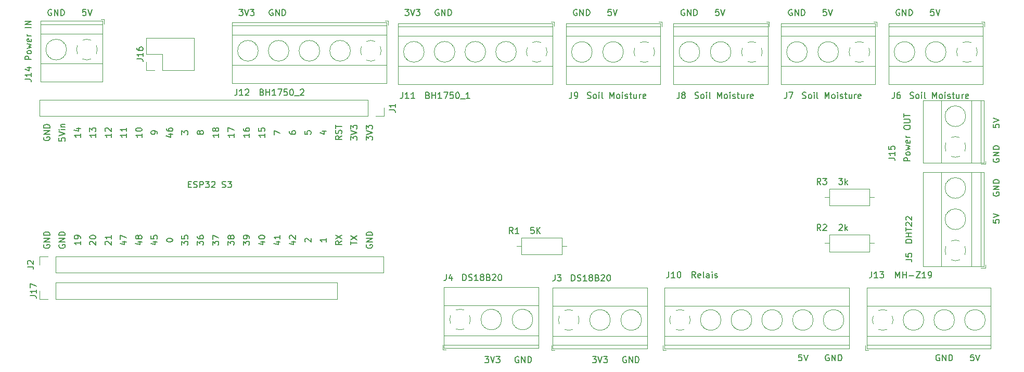
<source format=gbr>
%TF.GenerationSoftware,KiCad,Pcbnew,(6.0.10)*%
%TF.CreationDate,2025-06-24T19:53:16+02:00*%
%TF.ProjectId,esp_shield,6573705f-7368-4696-956c-642e6b696361,1.0*%
%TF.SameCoordinates,Original*%
%TF.FileFunction,Legend,Top*%
%TF.FilePolarity,Positive*%
%FSLAX46Y46*%
G04 Gerber Fmt 4.6, Leading zero omitted, Abs format (unit mm)*
G04 Created by KiCad (PCBNEW (6.0.10)) date 2025-06-24 19:53:16*
%MOMM*%
%LPD*%
G01*
G04 APERTURE LIST*
%ADD10C,0.150000*%
%ADD11C,0.120000*%
G04 APERTURE END LIST*
D10*
X95309523Y-70952380D02*
X94833333Y-70952380D01*
X94785714Y-71428571D01*
X94833333Y-71380952D01*
X94928571Y-71333333D01*
X95166666Y-71333333D01*
X95261904Y-71380952D01*
X95309523Y-71428571D01*
X95357142Y-71523809D01*
X95357142Y-71761904D01*
X95309523Y-71857142D01*
X95261904Y-71904761D01*
X95166666Y-71952380D01*
X94928571Y-71952380D01*
X94833333Y-71904761D01*
X94785714Y-71857142D01*
X95642857Y-70952380D02*
X95976190Y-71952380D01*
X96309523Y-70952380D01*
X89738095Y-71000000D02*
X89642857Y-70952380D01*
X89500000Y-70952380D01*
X89357142Y-71000000D01*
X89261904Y-71095238D01*
X89214285Y-71190476D01*
X89166666Y-71380952D01*
X89166666Y-71523809D01*
X89214285Y-71714285D01*
X89261904Y-71809523D01*
X89357142Y-71904761D01*
X89500000Y-71952380D01*
X89595238Y-71952380D01*
X89738095Y-71904761D01*
X89785714Y-71857142D01*
X89785714Y-71523809D01*
X89595238Y-71523809D01*
X90214285Y-71952380D02*
X90214285Y-70952380D01*
X90785714Y-71952380D01*
X90785714Y-70952380D01*
X91261904Y-71952380D02*
X91261904Y-70952380D01*
X91500000Y-70952380D01*
X91642857Y-71000000D01*
X91738095Y-71095238D01*
X91785714Y-71190476D01*
X91833333Y-71380952D01*
X91833333Y-71523809D01*
X91785714Y-71714285D01*
X91738095Y-71809523D01*
X91642857Y-71904761D01*
X91500000Y-71952380D01*
X91261904Y-71952380D01*
X112023809Y-99428571D02*
X112357142Y-99428571D01*
X112500000Y-99952380D02*
X112023809Y-99952380D01*
X112023809Y-98952380D01*
X112500000Y-98952380D01*
X112880952Y-99904761D02*
X113023809Y-99952380D01*
X113261904Y-99952380D01*
X113357142Y-99904761D01*
X113404761Y-99857142D01*
X113452380Y-99761904D01*
X113452380Y-99666666D01*
X113404761Y-99571428D01*
X113357142Y-99523809D01*
X113261904Y-99476190D01*
X113071428Y-99428571D01*
X112976190Y-99380952D01*
X112928571Y-99333333D01*
X112880952Y-99238095D01*
X112880952Y-99142857D01*
X112928571Y-99047619D01*
X112976190Y-99000000D01*
X113071428Y-98952380D01*
X113309523Y-98952380D01*
X113452380Y-99000000D01*
X113880952Y-99952380D02*
X113880952Y-98952380D01*
X114261904Y-98952380D01*
X114357142Y-99000000D01*
X114404761Y-99047619D01*
X114452380Y-99142857D01*
X114452380Y-99285714D01*
X114404761Y-99380952D01*
X114357142Y-99428571D01*
X114261904Y-99476190D01*
X113880952Y-99476190D01*
X114785714Y-98952380D02*
X115404761Y-98952380D01*
X115071428Y-99333333D01*
X115214285Y-99333333D01*
X115309523Y-99380952D01*
X115357142Y-99428571D01*
X115404761Y-99523809D01*
X115404761Y-99761904D01*
X115357142Y-99857142D01*
X115309523Y-99904761D01*
X115214285Y-99952380D01*
X114928571Y-99952380D01*
X114833333Y-99904761D01*
X114785714Y-99857142D01*
X115785714Y-99047619D02*
X115833333Y-99000000D01*
X115928571Y-98952380D01*
X116166666Y-98952380D01*
X116261904Y-99000000D01*
X116309523Y-99047619D01*
X116357142Y-99142857D01*
X116357142Y-99238095D01*
X116309523Y-99380952D01*
X115738095Y-99952380D01*
X116357142Y-99952380D01*
X117500000Y-99904761D02*
X117642857Y-99952380D01*
X117880952Y-99952380D01*
X117976190Y-99904761D01*
X118023809Y-99857142D01*
X118071428Y-99761904D01*
X118071428Y-99666666D01*
X118023809Y-99571428D01*
X117976190Y-99523809D01*
X117880952Y-99476190D01*
X117690476Y-99428571D01*
X117595238Y-99380952D01*
X117547619Y-99333333D01*
X117500000Y-99238095D01*
X117500000Y-99142857D01*
X117547619Y-99047619D01*
X117595238Y-99000000D01*
X117690476Y-98952380D01*
X117928571Y-98952380D01*
X118071428Y-99000000D01*
X118404761Y-98952380D02*
X119023809Y-98952380D01*
X118690476Y-99333333D01*
X118833333Y-99333333D01*
X118928571Y-99380952D01*
X118976190Y-99428571D01*
X119023809Y-99523809D01*
X119023809Y-99761904D01*
X118976190Y-99857142D01*
X118928571Y-99904761D01*
X118833333Y-99952380D01*
X118547619Y-99952380D01*
X118452380Y-99904761D01*
X118404761Y-99857142D01*
X242952380Y-89690476D02*
X242952380Y-90166666D01*
X243428571Y-90214285D01*
X243380952Y-90166666D01*
X243333333Y-90071428D01*
X243333333Y-89833333D01*
X243380952Y-89738095D01*
X243428571Y-89690476D01*
X243523809Y-89642857D01*
X243761904Y-89642857D01*
X243857142Y-89690476D01*
X243904761Y-89738095D01*
X243952380Y-89833333D01*
X243952380Y-90071428D01*
X243904761Y-90166666D01*
X243857142Y-90214285D01*
X242952380Y-89357142D02*
X243952380Y-89023809D01*
X242952380Y-88690476D01*
X243000000Y-95261904D02*
X242952380Y-95357142D01*
X242952380Y-95500000D01*
X243000000Y-95642857D01*
X243095238Y-95738095D01*
X243190476Y-95785714D01*
X243380952Y-95833333D01*
X243523809Y-95833333D01*
X243714285Y-95785714D01*
X243809523Y-95738095D01*
X243904761Y-95642857D01*
X243952380Y-95500000D01*
X243952380Y-95404761D01*
X243904761Y-95261904D01*
X243857142Y-95214285D01*
X243523809Y-95214285D01*
X243523809Y-95404761D01*
X243952380Y-94785714D02*
X242952380Y-94785714D01*
X243952380Y-94214285D01*
X242952380Y-94214285D01*
X243952380Y-93738095D02*
X242952380Y-93738095D01*
X242952380Y-93500000D01*
X243000000Y-93357142D01*
X243095238Y-93261904D01*
X243190476Y-93214285D01*
X243380952Y-93166666D01*
X243523809Y-93166666D01*
X243714285Y-93214285D01*
X243809523Y-93261904D01*
X243904761Y-93357142D01*
X243952380Y-93500000D01*
X243952380Y-93738095D01*
X110952380Y-91333333D02*
X110952380Y-90714285D01*
X111333333Y-91047619D01*
X111333333Y-90904761D01*
X111380952Y-90809523D01*
X111428571Y-90761904D01*
X111523809Y-90714285D01*
X111761904Y-90714285D01*
X111857142Y-90761904D01*
X111904761Y-90809523D01*
X111952380Y-90904761D01*
X111952380Y-91190476D01*
X111904761Y-91285714D01*
X111857142Y-91333333D01*
X113880952Y-91095238D02*
X113833333Y-91190476D01*
X113785714Y-91238095D01*
X113690476Y-91285714D01*
X113642857Y-91285714D01*
X113547619Y-91238095D01*
X113500000Y-91190476D01*
X113452380Y-91095238D01*
X113452380Y-90904761D01*
X113500000Y-90809523D01*
X113547619Y-90761904D01*
X113642857Y-90714285D01*
X113690476Y-90714285D01*
X113785714Y-90761904D01*
X113833333Y-90809523D01*
X113880952Y-90904761D01*
X113880952Y-91095238D01*
X113928571Y-91190476D01*
X113976190Y-91238095D01*
X114071428Y-91285714D01*
X114261904Y-91285714D01*
X114357142Y-91238095D01*
X114404761Y-91190476D01*
X114452380Y-91095238D01*
X114452380Y-90904761D01*
X114404761Y-90809523D01*
X114357142Y-90761904D01*
X114261904Y-90714285D01*
X114071428Y-90714285D01*
X113976190Y-90761904D01*
X113928571Y-90809523D01*
X113880952Y-90904761D01*
X101952380Y-91190476D02*
X101952380Y-91761904D01*
X101952380Y-91476190D02*
X100952380Y-91476190D01*
X101095238Y-91571428D01*
X101190476Y-91666666D01*
X101238095Y-91761904D01*
X101952380Y-90238095D02*
X101952380Y-90809523D01*
X101952380Y-90523809D02*
X100952380Y-90523809D01*
X101095238Y-90619047D01*
X101190476Y-90714285D01*
X101238095Y-90809523D01*
X124452380Y-91190476D02*
X124452380Y-91761904D01*
X124452380Y-91476190D02*
X123452380Y-91476190D01*
X123595238Y-91571428D01*
X123690476Y-91666666D01*
X123738095Y-91761904D01*
X123452380Y-90285714D02*
X123452380Y-90761904D01*
X123928571Y-90809523D01*
X123880952Y-90761904D01*
X123833333Y-90666666D01*
X123833333Y-90428571D01*
X123880952Y-90333333D01*
X123928571Y-90285714D01*
X124023809Y-90238095D01*
X124261904Y-90238095D01*
X124357142Y-90285714D01*
X124404761Y-90333333D01*
X124452380Y-90428571D01*
X124452380Y-90666666D01*
X124404761Y-90761904D01*
X124357142Y-90809523D01*
X116952380Y-91190476D02*
X116952380Y-91761904D01*
X116952380Y-91476190D02*
X115952380Y-91476190D01*
X116095238Y-91571428D01*
X116190476Y-91666666D01*
X116238095Y-91761904D01*
X116380952Y-90619047D02*
X116333333Y-90714285D01*
X116285714Y-90761904D01*
X116190476Y-90809523D01*
X116142857Y-90809523D01*
X116047619Y-90761904D01*
X116000000Y-90714285D01*
X115952380Y-90619047D01*
X115952380Y-90428571D01*
X116000000Y-90333333D01*
X116047619Y-90285714D01*
X116142857Y-90238095D01*
X116190476Y-90238095D01*
X116285714Y-90285714D01*
X116333333Y-90333333D01*
X116380952Y-90428571D01*
X116380952Y-90619047D01*
X116428571Y-90714285D01*
X116476190Y-90761904D01*
X116571428Y-90809523D01*
X116761904Y-90809523D01*
X116857142Y-90761904D01*
X116904761Y-90714285D01*
X116952380Y-90619047D01*
X116952380Y-90428571D01*
X116904761Y-90333333D01*
X116857142Y-90285714D01*
X116761904Y-90238095D01*
X116571428Y-90238095D01*
X116476190Y-90285714D01*
X116428571Y-90333333D01*
X116380952Y-90428571D01*
X108785714Y-91285714D02*
X109452380Y-91285714D01*
X108404761Y-91523809D02*
X109119047Y-91761904D01*
X109119047Y-91142857D01*
X108452380Y-90333333D02*
X108452380Y-90523809D01*
X108500000Y-90619047D01*
X108547619Y-90666666D01*
X108690476Y-90761904D01*
X108880952Y-90809523D01*
X109261904Y-90809523D01*
X109357142Y-90761904D01*
X109404761Y-90714285D01*
X109452380Y-90619047D01*
X109452380Y-90428571D01*
X109404761Y-90333333D01*
X109357142Y-90285714D01*
X109261904Y-90238095D01*
X109023809Y-90238095D01*
X108928571Y-90285714D01*
X108880952Y-90333333D01*
X108833333Y-90428571D01*
X108833333Y-90619047D01*
X108880952Y-90714285D01*
X108928571Y-90761904D01*
X109023809Y-90809523D01*
X106952380Y-91190476D02*
X106952380Y-91000000D01*
X106904761Y-90904761D01*
X106857142Y-90857142D01*
X106714285Y-90761904D01*
X106523809Y-90714285D01*
X106142857Y-90714285D01*
X106047619Y-90761904D01*
X106000000Y-90809523D01*
X105952380Y-90904761D01*
X105952380Y-91095238D01*
X106000000Y-91190476D01*
X106047619Y-91238095D01*
X106142857Y-91285714D01*
X106380952Y-91285714D01*
X106476190Y-91238095D01*
X106523809Y-91190476D01*
X106571428Y-91095238D01*
X106571428Y-90904761D01*
X106523809Y-90809523D01*
X106476190Y-90761904D01*
X106380952Y-90714285D01*
X104452380Y-91190476D02*
X104452380Y-91761904D01*
X104452380Y-91476190D02*
X103452380Y-91476190D01*
X103595238Y-91571428D01*
X103690476Y-91666666D01*
X103738095Y-91761904D01*
X103452380Y-90571428D02*
X103452380Y-90476190D01*
X103500000Y-90380952D01*
X103547619Y-90333333D01*
X103642857Y-90285714D01*
X103833333Y-90238095D01*
X104071428Y-90238095D01*
X104261904Y-90285714D01*
X104357142Y-90333333D01*
X104404761Y-90380952D01*
X104452380Y-90476190D01*
X104452380Y-90571428D01*
X104404761Y-90666666D01*
X104357142Y-90714285D01*
X104261904Y-90761904D01*
X104071428Y-90809523D01*
X103833333Y-90809523D01*
X103642857Y-90761904D01*
X103547619Y-90714285D01*
X103500000Y-90666666D01*
X103452380Y-90571428D01*
X121952380Y-91190476D02*
X121952380Y-91761904D01*
X121952380Y-91476190D02*
X120952380Y-91476190D01*
X121095238Y-91571428D01*
X121190476Y-91666666D01*
X121238095Y-91761904D01*
X120952380Y-90333333D02*
X120952380Y-90523809D01*
X121000000Y-90619047D01*
X121047619Y-90666666D01*
X121190476Y-90761904D01*
X121380952Y-90809523D01*
X121761904Y-90809523D01*
X121857142Y-90761904D01*
X121904761Y-90714285D01*
X121952380Y-90619047D01*
X121952380Y-90428571D01*
X121904761Y-90333333D01*
X121857142Y-90285714D01*
X121761904Y-90238095D01*
X121523809Y-90238095D01*
X121428571Y-90285714D01*
X121380952Y-90333333D01*
X121333333Y-90428571D01*
X121333333Y-90619047D01*
X121380952Y-90714285D01*
X121428571Y-90761904D01*
X121523809Y-90809523D01*
X119452380Y-91190476D02*
X119452380Y-91761904D01*
X119452380Y-91476190D02*
X118452380Y-91476190D01*
X118595238Y-91571428D01*
X118690476Y-91666666D01*
X118738095Y-91761904D01*
X118452380Y-90857142D02*
X118452380Y-90190476D01*
X119452380Y-90619047D01*
X99452380Y-91190476D02*
X99452380Y-91761904D01*
X99452380Y-91476190D02*
X98452380Y-91476190D01*
X98595238Y-91571428D01*
X98690476Y-91666666D01*
X98738095Y-91761904D01*
X98547619Y-90809523D02*
X98500000Y-90761904D01*
X98452380Y-90666666D01*
X98452380Y-90428571D01*
X98500000Y-90333333D01*
X98547619Y-90285714D01*
X98642857Y-90238095D01*
X98738095Y-90238095D01*
X98880952Y-90285714D01*
X99452380Y-90857142D01*
X99452380Y-90238095D01*
X96952380Y-91190476D02*
X96952380Y-91761904D01*
X96952380Y-91476190D02*
X95952380Y-91476190D01*
X96095238Y-91571428D01*
X96190476Y-91666666D01*
X96238095Y-91761904D01*
X95952380Y-90857142D02*
X95952380Y-90238095D01*
X96333333Y-90571428D01*
X96333333Y-90428571D01*
X96380952Y-90333333D01*
X96428571Y-90285714D01*
X96523809Y-90238095D01*
X96761904Y-90238095D01*
X96857142Y-90285714D01*
X96904761Y-90333333D01*
X96952380Y-90428571D01*
X96952380Y-90714285D01*
X96904761Y-90809523D01*
X96857142Y-90857142D01*
X94452380Y-91190476D02*
X94452380Y-91761904D01*
X94452380Y-91476190D02*
X93452380Y-91476190D01*
X93595238Y-91571428D01*
X93690476Y-91666666D01*
X93738095Y-91761904D01*
X93785714Y-90333333D02*
X94452380Y-90333333D01*
X93404761Y-90571428D02*
X94119047Y-90809523D01*
X94119047Y-90190476D01*
X90952380Y-91880952D02*
X90952380Y-92357142D01*
X91428571Y-92404761D01*
X91380952Y-92357142D01*
X91333333Y-92261904D01*
X91333333Y-92023809D01*
X91380952Y-91928571D01*
X91428571Y-91880952D01*
X91523809Y-91833333D01*
X91761904Y-91833333D01*
X91857142Y-91880952D01*
X91904761Y-91928571D01*
X91952380Y-92023809D01*
X91952380Y-92261904D01*
X91904761Y-92357142D01*
X91857142Y-92404761D01*
X90952380Y-91547619D02*
X91952380Y-91214285D01*
X90952380Y-90880952D01*
X91952380Y-90547619D02*
X91285714Y-90547619D01*
X90952380Y-90547619D02*
X91000000Y-90595238D01*
X91047619Y-90547619D01*
X91000000Y-90500000D01*
X90952380Y-90547619D01*
X91047619Y-90547619D01*
X91285714Y-90071428D02*
X91952380Y-90071428D01*
X91380952Y-90071428D02*
X91333333Y-90023809D01*
X91285714Y-89928571D01*
X91285714Y-89785714D01*
X91333333Y-89690476D01*
X91428571Y-89642857D01*
X91952380Y-89642857D01*
X140952380Y-92238095D02*
X140952380Y-91619047D01*
X141333333Y-91952380D01*
X141333333Y-91809523D01*
X141380952Y-91714285D01*
X141428571Y-91666666D01*
X141523809Y-91619047D01*
X141761904Y-91619047D01*
X141857142Y-91666666D01*
X141904761Y-91714285D01*
X141952380Y-91809523D01*
X141952380Y-92095238D01*
X141904761Y-92190476D01*
X141857142Y-92238095D01*
X140952380Y-91333333D02*
X141952380Y-91000000D01*
X140952380Y-90666666D01*
X140952380Y-90428571D02*
X140952380Y-89809523D01*
X141333333Y-90142857D01*
X141333333Y-90000000D01*
X141380952Y-89904761D01*
X141428571Y-89857142D01*
X141523809Y-89809523D01*
X141761904Y-89809523D01*
X141857142Y-89857142D01*
X141904761Y-89904761D01*
X141952380Y-90000000D01*
X141952380Y-90285714D01*
X141904761Y-90380952D01*
X141857142Y-90428571D01*
X136952380Y-91547619D02*
X136476190Y-91880952D01*
X136952380Y-92119047D02*
X135952380Y-92119047D01*
X135952380Y-91738095D01*
X136000000Y-91642857D01*
X136047619Y-91595238D01*
X136142857Y-91547619D01*
X136285714Y-91547619D01*
X136380952Y-91595238D01*
X136428571Y-91642857D01*
X136476190Y-91738095D01*
X136476190Y-92119047D01*
X136904761Y-91166666D02*
X136952380Y-91023809D01*
X136952380Y-90785714D01*
X136904761Y-90690476D01*
X136857142Y-90642857D01*
X136761904Y-90595238D01*
X136666666Y-90595238D01*
X136571428Y-90642857D01*
X136523809Y-90690476D01*
X136476190Y-90785714D01*
X136428571Y-90976190D01*
X136380952Y-91071428D01*
X136333333Y-91119047D01*
X136238095Y-91166666D01*
X136142857Y-91166666D01*
X136047619Y-91119047D01*
X136000000Y-91071428D01*
X135952380Y-90976190D01*
X135952380Y-90738095D01*
X136000000Y-90595238D01*
X135952380Y-90309523D02*
X135952380Y-89738095D01*
X136952380Y-90023809D02*
X135952380Y-90023809D01*
X138452380Y-92238095D02*
X138452380Y-91619047D01*
X138833333Y-91952380D01*
X138833333Y-91809523D01*
X138880952Y-91714285D01*
X138928571Y-91666666D01*
X139023809Y-91619047D01*
X139261904Y-91619047D01*
X139357142Y-91666666D01*
X139404761Y-91714285D01*
X139452380Y-91809523D01*
X139452380Y-92095238D01*
X139404761Y-92190476D01*
X139357142Y-92238095D01*
X138452380Y-91333333D02*
X139452380Y-91000000D01*
X138452380Y-90666666D01*
X138452380Y-90428571D02*
X138452380Y-89809523D01*
X138833333Y-90142857D01*
X138833333Y-90000000D01*
X138880952Y-89904761D01*
X138928571Y-89857142D01*
X139023809Y-89809523D01*
X139261904Y-89809523D01*
X139357142Y-89857142D01*
X139404761Y-89904761D01*
X139452380Y-90000000D01*
X139452380Y-90285714D01*
X139404761Y-90380952D01*
X139357142Y-90428571D01*
X133785714Y-90809523D02*
X134452380Y-90809523D01*
X133404761Y-91047619D02*
X134119047Y-91285714D01*
X134119047Y-90666666D01*
X130952380Y-90761904D02*
X130952380Y-91238095D01*
X131428571Y-91285714D01*
X131380952Y-91238095D01*
X131333333Y-91142857D01*
X131333333Y-90904761D01*
X131380952Y-90809523D01*
X131428571Y-90761904D01*
X131523809Y-90714285D01*
X131761904Y-90714285D01*
X131857142Y-90761904D01*
X131904761Y-90809523D01*
X131952380Y-90904761D01*
X131952380Y-91142857D01*
X131904761Y-91238095D01*
X131857142Y-91285714D01*
X125952380Y-91333333D02*
X125952380Y-90666666D01*
X126952380Y-91095238D01*
X128452380Y-90809523D02*
X128452380Y-91000000D01*
X128500000Y-91095238D01*
X128547619Y-91142857D01*
X128690476Y-91238095D01*
X128880952Y-91285714D01*
X129261904Y-91285714D01*
X129357142Y-91238095D01*
X129404761Y-91190476D01*
X129452380Y-91095238D01*
X129452380Y-90904761D01*
X129404761Y-90809523D01*
X129357142Y-90761904D01*
X129261904Y-90714285D01*
X129023809Y-90714285D01*
X128928571Y-90761904D01*
X128880952Y-90809523D01*
X128833333Y-90904761D01*
X128833333Y-91095238D01*
X128880952Y-91190476D01*
X128928571Y-91238095D01*
X129023809Y-91285714D01*
X141000000Y-109261904D02*
X140952380Y-109357142D01*
X140952380Y-109500000D01*
X141000000Y-109642857D01*
X141095238Y-109738095D01*
X141190476Y-109785714D01*
X141380952Y-109833333D01*
X141523809Y-109833333D01*
X141714285Y-109785714D01*
X141809523Y-109738095D01*
X141904761Y-109642857D01*
X141952380Y-109500000D01*
X141952380Y-109404761D01*
X141904761Y-109261904D01*
X141857142Y-109214285D01*
X141523809Y-109214285D01*
X141523809Y-109404761D01*
X141952380Y-108785714D02*
X140952380Y-108785714D01*
X141952380Y-108214285D01*
X140952380Y-108214285D01*
X141952380Y-107738095D02*
X140952380Y-107738095D01*
X140952380Y-107500000D01*
X141000000Y-107357142D01*
X141095238Y-107261904D01*
X141190476Y-107214285D01*
X141380952Y-107166666D01*
X141523809Y-107166666D01*
X141714285Y-107214285D01*
X141809523Y-107261904D01*
X141904761Y-107357142D01*
X141952380Y-107500000D01*
X141952380Y-107738095D01*
X138452380Y-109261904D02*
X138452380Y-108690476D01*
X139452380Y-108976190D02*
X138452380Y-108976190D01*
X138452380Y-108452380D02*
X139452380Y-107785714D01*
X138452380Y-107785714D02*
X139452380Y-108452380D01*
X136952380Y-108666666D02*
X136476190Y-109000000D01*
X136952380Y-109238095D02*
X135952380Y-109238095D01*
X135952380Y-108857142D01*
X136000000Y-108761904D01*
X136047619Y-108714285D01*
X136142857Y-108666666D01*
X136285714Y-108666666D01*
X136380952Y-108714285D01*
X136428571Y-108761904D01*
X136476190Y-108857142D01*
X136476190Y-109238095D01*
X135952380Y-108333333D02*
X136952380Y-107666666D01*
X135952380Y-107666666D02*
X136952380Y-108333333D01*
X134452380Y-108214285D02*
X134452380Y-108785714D01*
X134452380Y-108500000D02*
X133452380Y-108500000D01*
X133595238Y-108595238D01*
X133690476Y-108690476D01*
X133738095Y-108785714D01*
X131047619Y-108785714D02*
X131000000Y-108738095D01*
X130952380Y-108642857D01*
X130952380Y-108404761D01*
X131000000Y-108309523D01*
X131047619Y-108261904D01*
X131142857Y-108214285D01*
X131238095Y-108214285D01*
X131380952Y-108261904D01*
X131952380Y-108833333D01*
X131952380Y-108214285D01*
X128785714Y-108785714D02*
X129452380Y-108785714D01*
X128404761Y-109023809D02*
X129119047Y-109261904D01*
X129119047Y-108642857D01*
X128547619Y-108309523D02*
X128500000Y-108261904D01*
X128452380Y-108166666D01*
X128452380Y-107928571D01*
X128500000Y-107833333D01*
X128547619Y-107785714D01*
X128642857Y-107738095D01*
X128738095Y-107738095D01*
X128880952Y-107785714D01*
X129452380Y-108357142D01*
X129452380Y-107738095D01*
X126285714Y-108785714D02*
X126952380Y-108785714D01*
X125904761Y-109023809D02*
X126619047Y-109261904D01*
X126619047Y-108642857D01*
X126952380Y-107738095D02*
X126952380Y-108309523D01*
X126952380Y-108023809D02*
X125952380Y-108023809D01*
X126095238Y-108119047D01*
X126190476Y-108214285D01*
X126238095Y-108309523D01*
X123785714Y-108785714D02*
X124452380Y-108785714D01*
X123404761Y-109023809D02*
X124119047Y-109261904D01*
X124119047Y-108642857D01*
X123452380Y-108071428D02*
X123452380Y-107976190D01*
X123500000Y-107880952D01*
X123547619Y-107833333D01*
X123642857Y-107785714D01*
X123833333Y-107738095D01*
X124071428Y-107738095D01*
X124261904Y-107785714D01*
X124357142Y-107833333D01*
X124404761Y-107880952D01*
X124452380Y-107976190D01*
X124452380Y-108071428D01*
X124404761Y-108166666D01*
X124357142Y-108214285D01*
X124261904Y-108261904D01*
X124071428Y-108309523D01*
X123833333Y-108309523D01*
X123642857Y-108261904D01*
X123547619Y-108214285D01*
X123500000Y-108166666D01*
X123452380Y-108071428D01*
X120952380Y-109309523D02*
X120952380Y-108690476D01*
X121333333Y-109023809D01*
X121333333Y-108880952D01*
X121380952Y-108785714D01*
X121428571Y-108738095D01*
X121523809Y-108690476D01*
X121761904Y-108690476D01*
X121857142Y-108738095D01*
X121904761Y-108785714D01*
X121952380Y-108880952D01*
X121952380Y-109166666D01*
X121904761Y-109261904D01*
X121857142Y-109309523D01*
X121952380Y-108214285D02*
X121952380Y-108023809D01*
X121904761Y-107928571D01*
X121857142Y-107880952D01*
X121714285Y-107785714D01*
X121523809Y-107738095D01*
X121142857Y-107738095D01*
X121047619Y-107785714D01*
X121000000Y-107833333D01*
X120952380Y-107928571D01*
X120952380Y-108119047D01*
X121000000Y-108214285D01*
X121047619Y-108261904D01*
X121142857Y-108309523D01*
X121380952Y-108309523D01*
X121476190Y-108261904D01*
X121523809Y-108214285D01*
X121571428Y-108119047D01*
X121571428Y-107928571D01*
X121523809Y-107833333D01*
X121476190Y-107785714D01*
X121380952Y-107738095D01*
X118452380Y-109309523D02*
X118452380Y-108690476D01*
X118833333Y-109023809D01*
X118833333Y-108880952D01*
X118880952Y-108785714D01*
X118928571Y-108738095D01*
X119023809Y-108690476D01*
X119261904Y-108690476D01*
X119357142Y-108738095D01*
X119404761Y-108785714D01*
X119452380Y-108880952D01*
X119452380Y-109166666D01*
X119404761Y-109261904D01*
X119357142Y-109309523D01*
X118880952Y-108119047D02*
X118833333Y-108214285D01*
X118785714Y-108261904D01*
X118690476Y-108309523D01*
X118642857Y-108309523D01*
X118547619Y-108261904D01*
X118500000Y-108214285D01*
X118452380Y-108119047D01*
X118452380Y-107928571D01*
X118500000Y-107833333D01*
X118547619Y-107785714D01*
X118642857Y-107738095D01*
X118690476Y-107738095D01*
X118785714Y-107785714D01*
X118833333Y-107833333D01*
X118880952Y-107928571D01*
X118880952Y-108119047D01*
X118928571Y-108214285D01*
X118976190Y-108261904D01*
X119071428Y-108309523D01*
X119261904Y-108309523D01*
X119357142Y-108261904D01*
X119404761Y-108214285D01*
X119452380Y-108119047D01*
X119452380Y-107928571D01*
X119404761Y-107833333D01*
X119357142Y-107785714D01*
X119261904Y-107738095D01*
X119071428Y-107738095D01*
X118976190Y-107785714D01*
X118928571Y-107833333D01*
X118880952Y-107928571D01*
X115952380Y-109309523D02*
X115952380Y-108690476D01*
X116333333Y-109023809D01*
X116333333Y-108880952D01*
X116380952Y-108785714D01*
X116428571Y-108738095D01*
X116523809Y-108690476D01*
X116761904Y-108690476D01*
X116857142Y-108738095D01*
X116904761Y-108785714D01*
X116952380Y-108880952D01*
X116952380Y-109166666D01*
X116904761Y-109261904D01*
X116857142Y-109309523D01*
X115952380Y-108357142D02*
X115952380Y-107690476D01*
X116952380Y-108119047D01*
X113452380Y-109309523D02*
X113452380Y-108690476D01*
X113833333Y-109023809D01*
X113833333Y-108880952D01*
X113880952Y-108785714D01*
X113928571Y-108738095D01*
X114023809Y-108690476D01*
X114261904Y-108690476D01*
X114357142Y-108738095D01*
X114404761Y-108785714D01*
X114452380Y-108880952D01*
X114452380Y-109166666D01*
X114404761Y-109261904D01*
X114357142Y-109309523D01*
X113452380Y-107833333D02*
X113452380Y-108023809D01*
X113500000Y-108119047D01*
X113547619Y-108166666D01*
X113690476Y-108261904D01*
X113880952Y-108309523D01*
X114261904Y-108309523D01*
X114357142Y-108261904D01*
X114404761Y-108214285D01*
X114452380Y-108119047D01*
X114452380Y-107928571D01*
X114404761Y-107833333D01*
X114357142Y-107785714D01*
X114261904Y-107738095D01*
X114023809Y-107738095D01*
X113928571Y-107785714D01*
X113880952Y-107833333D01*
X113833333Y-107928571D01*
X113833333Y-108119047D01*
X113880952Y-108214285D01*
X113928571Y-108261904D01*
X114023809Y-108309523D01*
X110952380Y-109309523D02*
X110952380Y-108690476D01*
X111333333Y-109023809D01*
X111333333Y-108880952D01*
X111380952Y-108785714D01*
X111428571Y-108738095D01*
X111523809Y-108690476D01*
X111761904Y-108690476D01*
X111857142Y-108738095D01*
X111904761Y-108785714D01*
X111952380Y-108880952D01*
X111952380Y-109166666D01*
X111904761Y-109261904D01*
X111857142Y-109309523D01*
X110952380Y-107785714D02*
X110952380Y-108261904D01*
X111428571Y-108309523D01*
X111380952Y-108261904D01*
X111333333Y-108166666D01*
X111333333Y-107928571D01*
X111380952Y-107833333D01*
X111428571Y-107785714D01*
X111523809Y-107738095D01*
X111761904Y-107738095D01*
X111857142Y-107785714D01*
X111904761Y-107833333D01*
X111952380Y-107928571D01*
X111952380Y-108166666D01*
X111904761Y-108261904D01*
X111857142Y-108309523D01*
X108452380Y-108547619D02*
X108452380Y-108452380D01*
X108500000Y-108357142D01*
X108547619Y-108309523D01*
X108642857Y-108261904D01*
X108833333Y-108214285D01*
X109071428Y-108214285D01*
X109261904Y-108261904D01*
X109357142Y-108309523D01*
X109404761Y-108357142D01*
X109452380Y-108452380D01*
X109452380Y-108547619D01*
X109404761Y-108642857D01*
X109357142Y-108690476D01*
X109261904Y-108738095D01*
X109071428Y-108785714D01*
X108833333Y-108785714D01*
X108642857Y-108738095D01*
X108547619Y-108690476D01*
X108500000Y-108642857D01*
X108452380Y-108547619D01*
X106285714Y-108785714D02*
X106952380Y-108785714D01*
X105904761Y-109023809D02*
X106619047Y-109261904D01*
X106619047Y-108642857D01*
X105952380Y-107785714D02*
X105952380Y-108261904D01*
X106428571Y-108309523D01*
X106380952Y-108261904D01*
X106333333Y-108166666D01*
X106333333Y-107928571D01*
X106380952Y-107833333D01*
X106428571Y-107785714D01*
X106523809Y-107738095D01*
X106761904Y-107738095D01*
X106857142Y-107785714D01*
X106904761Y-107833333D01*
X106952380Y-107928571D01*
X106952380Y-108166666D01*
X106904761Y-108261904D01*
X106857142Y-108309523D01*
X103785714Y-108785714D02*
X104452380Y-108785714D01*
X103404761Y-109023809D02*
X104119047Y-109261904D01*
X104119047Y-108642857D01*
X103880952Y-108119047D02*
X103833333Y-108214285D01*
X103785714Y-108261904D01*
X103690476Y-108309523D01*
X103642857Y-108309523D01*
X103547619Y-108261904D01*
X103500000Y-108214285D01*
X103452380Y-108119047D01*
X103452380Y-107928571D01*
X103500000Y-107833333D01*
X103547619Y-107785714D01*
X103642857Y-107738095D01*
X103690476Y-107738095D01*
X103785714Y-107785714D01*
X103833333Y-107833333D01*
X103880952Y-107928571D01*
X103880952Y-108119047D01*
X103928571Y-108214285D01*
X103976190Y-108261904D01*
X104071428Y-108309523D01*
X104261904Y-108309523D01*
X104357142Y-108261904D01*
X104404761Y-108214285D01*
X104452380Y-108119047D01*
X104452380Y-107928571D01*
X104404761Y-107833333D01*
X104357142Y-107785714D01*
X104261904Y-107738095D01*
X104071428Y-107738095D01*
X103976190Y-107785714D01*
X103928571Y-107833333D01*
X103880952Y-107928571D01*
X101285714Y-108785714D02*
X101952380Y-108785714D01*
X100904761Y-109023809D02*
X101619047Y-109261904D01*
X101619047Y-108642857D01*
X100952380Y-108357142D02*
X100952380Y-107690476D01*
X101952380Y-108119047D01*
X98547619Y-109261904D02*
X98500000Y-109214285D01*
X98452380Y-109119047D01*
X98452380Y-108880952D01*
X98500000Y-108785714D01*
X98547619Y-108738095D01*
X98642857Y-108690476D01*
X98738095Y-108690476D01*
X98880952Y-108738095D01*
X99452380Y-109309523D01*
X99452380Y-108690476D01*
X99452380Y-107738095D02*
X99452380Y-108309523D01*
X99452380Y-108023809D02*
X98452380Y-108023809D01*
X98595238Y-108119047D01*
X98690476Y-108214285D01*
X98738095Y-108309523D01*
X96047619Y-109261904D02*
X96000000Y-109214285D01*
X95952380Y-109119047D01*
X95952380Y-108880952D01*
X96000000Y-108785714D01*
X96047619Y-108738095D01*
X96142857Y-108690476D01*
X96238095Y-108690476D01*
X96380952Y-108738095D01*
X96952380Y-109309523D01*
X96952380Y-108690476D01*
X95952380Y-108071428D02*
X95952380Y-107976190D01*
X96000000Y-107880952D01*
X96047619Y-107833333D01*
X96142857Y-107785714D01*
X96333333Y-107738095D01*
X96571428Y-107738095D01*
X96761904Y-107785714D01*
X96857142Y-107833333D01*
X96904761Y-107880952D01*
X96952380Y-107976190D01*
X96952380Y-108071428D01*
X96904761Y-108166666D01*
X96857142Y-108214285D01*
X96761904Y-108261904D01*
X96571428Y-108309523D01*
X96333333Y-108309523D01*
X96142857Y-108261904D01*
X96047619Y-108214285D01*
X96000000Y-108166666D01*
X95952380Y-108071428D01*
X94452380Y-108690476D02*
X94452380Y-109261904D01*
X94452380Y-108976190D02*
X93452380Y-108976190D01*
X93595238Y-109071428D01*
X93690476Y-109166666D01*
X93738095Y-109261904D01*
X94452380Y-108214285D02*
X94452380Y-108023809D01*
X94404761Y-107928571D01*
X94357142Y-107880952D01*
X94214285Y-107785714D01*
X94023809Y-107738095D01*
X93642857Y-107738095D01*
X93547619Y-107785714D01*
X93500000Y-107833333D01*
X93452380Y-107928571D01*
X93452380Y-108119047D01*
X93500000Y-108214285D01*
X93547619Y-108261904D01*
X93642857Y-108309523D01*
X93880952Y-108309523D01*
X93976190Y-108261904D01*
X94023809Y-108214285D01*
X94071428Y-108119047D01*
X94071428Y-107928571D01*
X94023809Y-107833333D01*
X93976190Y-107785714D01*
X93880952Y-107738095D01*
X91000000Y-109261904D02*
X90952380Y-109357142D01*
X90952380Y-109500000D01*
X91000000Y-109642857D01*
X91095238Y-109738095D01*
X91190476Y-109785714D01*
X91380952Y-109833333D01*
X91523809Y-109833333D01*
X91714285Y-109785714D01*
X91809523Y-109738095D01*
X91904761Y-109642857D01*
X91952380Y-109500000D01*
X91952380Y-109404761D01*
X91904761Y-109261904D01*
X91857142Y-109214285D01*
X91523809Y-109214285D01*
X91523809Y-109404761D01*
X91952380Y-108785714D02*
X90952380Y-108785714D01*
X91952380Y-108214285D01*
X90952380Y-108214285D01*
X91952380Y-107738095D02*
X90952380Y-107738095D01*
X90952380Y-107500000D01*
X91000000Y-107357142D01*
X91095238Y-107261904D01*
X91190476Y-107214285D01*
X91380952Y-107166666D01*
X91523809Y-107166666D01*
X91714285Y-107214285D01*
X91809523Y-107261904D01*
X91904761Y-107357142D01*
X91952380Y-107500000D01*
X91952380Y-107738095D01*
X88500000Y-109261904D02*
X88452380Y-109357142D01*
X88452380Y-109500000D01*
X88500000Y-109642857D01*
X88595238Y-109738095D01*
X88690476Y-109785714D01*
X88880952Y-109833333D01*
X89023809Y-109833333D01*
X89214285Y-109785714D01*
X89309523Y-109738095D01*
X89404761Y-109642857D01*
X89452380Y-109500000D01*
X89452380Y-109404761D01*
X89404761Y-109261904D01*
X89357142Y-109214285D01*
X89023809Y-109214285D01*
X89023809Y-109404761D01*
X89452380Y-108785714D02*
X88452380Y-108785714D01*
X89452380Y-108214285D01*
X88452380Y-108214285D01*
X89452380Y-107738095D02*
X88452380Y-107738095D01*
X88452380Y-107500000D01*
X88500000Y-107357142D01*
X88595238Y-107261904D01*
X88690476Y-107214285D01*
X88880952Y-107166666D01*
X89023809Y-107166666D01*
X89214285Y-107214285D01*
X89309523Y-107261904D01*
X89404761Y-107357142D01*
X89452380Y-107500000D01*
X89452380Y-107738095D01*
X88500000Y-91761904D02*
X88452380Y-91857142D01*
X88452380Y-92000000D01*
X88500000Y-92142857D01*
X88595238Y-92238095D01*
X88690476Y-92285714D01*
X88880952Y-92333333D01*
X89023809Y-92333333D01*
X89214285Y-92285714D01*
X89309523Y-92238095D01*
X89404761Y-92142857D01*
X89452380Y-92000000D01*
X89452380Y-91904761D01*
X89404761Y-91761904D01*
X89357142Y-91714285D01*
X89023809Y-91714285D01*
X89023809Y-91904761D01*
X89452380Y-91285714D02*
X88452380Y-91285714D01*
X89452380Y-90714285D01*
X88452380Y-90714285D01*
X89452380Y-90238095D02*
X88452380Y-90238095D01*
X88452380Y-90000000D01*
X88500000Y-89857142D01*
X88595238Y-89761904D01*
X88690476Y-89714285D01*
X88880952Y-89666666D01*
X89023809Y-89666666D01*
X89214285Y-89714285D01*
X89309523Y-89761904D01*
X89404761Y-89857142D01*
X89452380Y-90000000D01*
X89452380Y-90238095D01*
X242952380Y-105190476D02*
X242952380Y-105666666D01*
X243428571Y-105714285D01*
X243380952Y-105666666D01*
X243333333Y-105571428D01*
X243333333Y-105333333D01*
X243380952Y-105238095D01*
X243428571Y-105190476D01*
X243523809Y-105142857D01*
X243761904Y-105142857D01*
X243857142Y-105190476D01*
X243904761Y-105238095D01*
X243952380Y-105333333D01*
X243952380Y-105571428D01*
X243904761Y-105666666D01*
X243857142Y-105714285D01*
X242952380Y-104857142D02*
X243952380Y-104523809D01*
X242952380Y-104190476D01*
X243000000Y-100761904D02*
X242952380Y-100857142D01*
X242952380Y-101000000D01*
X243000000Y-101142857D01*
X243095238Y-101238095D01*
X243190476Y-101285714D01*
X243380952Y-101333333D01*
X243523809Y-101333333D01*
X243714285Y-101285714D01*
X243809523Y-101238095D01*
X243904761Y-101142857D01*
X243952380Y-101000000D01*
X243952380Y-100904761D01*
X243904761Y-100761904D01*
X243857142Y-100714285D01*
X243523809Y-100714285D01*
X243523809Y-100904761D01*
X243952380Y-100285714D02*
X242952380Y-100285714D01*
X243952380Y-99714285D01*
X242952380Y-99714285D01*
X243952380Y-99238095D02*
X242952380Y-99238095D01*
X242952380Y-99000000D01*
X243000000Y-98857142D01*
X243095238Y-98761904D01*
X243190476Y-98714285D01*
X243380952Y-98666666D01*
X243523809Y-98666666D01*
X243714285Y-98714285D01*
X243809523Y-98761904D01*
X243904761Y-98857142D01*
X243952380Y-99000000D01*
X243952380Y-99238095D01*
X147261904Y-70952380D02*
X147880952Y-70952380D01*
X147547619Y-71333333D01*
X147690476Y-71333333D01*
X147785714Y-71380952D01*
X147833333Y-71428571D01*
X147880952Y-71523809D01*
X147880952Y-71761904D01*
X147833333Y-71857142D01*
X147785714Y-71904761D01*
X147690476Y-71952380D01*
X147404761Y-71952380D01*
X147309523Y-71904761D01*
X147261904Y-71857142D01*
X148166666Y-70952380D02*
X148500000Y-71952380D01*
X148833333Y-70952380D01*
X149071428Y-70952380D02*
X149690476Y-70952380D01*
X149357142Y-71333333D01*
X149500000Y-71333333D01*
X149595238Y-71380952D01*
X149642857Y-71428571D01*
X149690476Y-71523809D01*
X149690476Y-71761904D01*
X149642857Y-71857142D01*
X149595238Y-71904761D01*
X149500000Y-71952380D01*
X149214285Y-71952380D01*
X149119047Y-71904761D01*
X149071428Y-71857142D01*
X120261904Y-70952380D02*
X120880952Y-70952380D01*
X120547619Y-71333333D01*
X120690476Y-71333333D01*
X120785714Y-71380952D01*
X120833333Y-71428571D01*
X120880952Y-71523809D01*
X120880952Y-71761904D01*
X120833333Y-71857142D01*
X120785714Y-71904761D01*
X120690476Y-71952380D01*
X120404761Y-71952380D01*
X120309523Y-71904761D01*
X120261904Y-71857142D01*
X121166666Y-70952380D02*
X121500000Y-71952380D01*
X121833333Y-70952380D01*
X122071428Y-70952380D02*
X122690476Y-70952380D01*
X122357142Y-71333333D01*
X122500000Y-71333333D01*
X122595238Y-71380952D01*
X122642857Y-71428571D01*
X122690476Y-71523809D01*
X122690476Y-71761904D01*
X122642857Y-71857142D01*
X122595238Y-71904761D01*
X122500000Y-71952380D01*
X122214285Y-71952380D01*
X122119047Y-71904761D01*
X122071428Y-71857142D01*
X125738095Y-71000000D02*
X125642857Y-70952380D01*
X125500000Y-70952380D01*
X125357142Y-71000000D01*
X125261904Y-71095238D01*
X125214285Y-71190476D01*
X125166666Y-71380952D01*
X125166666Y-71523809D01*
X125214285Y-71714285D01*
X125261904Y-71809523D01*
X125357142Y-71904761D01*
X125500000Y-71952380D01*
X125595238Y-71952380D01*
X125738095Y-71904761D01*
X125785714Y-71857142D01*
X125785714Y-71523809D01*
X125595238Y-71523809D01*
X126214285Y-71952380D02*
X126214285Y-70952380D01*
X126785714Y-71952380D01*
X126785714Y-70952380D01*
X127261904Y-71952380D02*
X127261904Y-70952380D01*
X127500000Y-70952380D01*
X127642857Y-71000000D01*
X127738095Y-71095238D01*
X127785714Y-71190476D01*
X127833333Y-71380952D01*
X127833333Y-71523809D01*
X127785714Y-71714285D01*
X127738095Y-71809523D01*
X127642857Y-71904761D01*
X127500000Y-71952380D01*
X127261904Y-71952380D01*
X152738095Y-71000000D02*
X152642857Y-70952380D01*
X152500000Y-70952380D01*
X152357142Y-71000000D01*
X152261904Y-71095238D01*
X152214285Y-71190476D01*
X152166666Y-71380952D01*
X152166666Y-71523809D01*
X152214285Y-71714285D01*
X152261904Y-71809523D01*
X152357142Y-71904761D01*
X152500000Y-71952380D01*
X152595238Y-71952380D01*
X152738095Y-71904761D01*
X152785714Y-71857142D01*
X152785714Y-71523809D01*
X152595238Y-71523809D01*
X153214285Y-71952380D02*
X153214285Y-70952380D01*
X153785714Y-71952380D01*
X153785714Y-70952380D01*
X154261904Y-71952380D02*
X154261904Y-70952380D01*
X154500000Y-70952380D01*
X154642857Y-71000000D01*
X154738095Y-71095238D01*
X154785714Y-71190476D01*
X154833333Y-71380952D01*
X154833333Y-71523809D01*
X154785714Y-71714285D01*
X154738095Y-71809523D01*
X154642857Y-71904761D01*
X154500000Y-71952380D01*
X154261904Y-71952380D01*
X175238095Y-71000000D02*
X175142857Y-70952380D01*
X175000000Y-70952380D01*
X174857142Y-71000000D01*
X174761904Y-71095238D01*
X174714285Y-71190476D01*
X174666666Y-71380952D01*
X174666666Y-71523809D01*
X174714285Y-71714285D01*
X174761904Y-71809523D01*
X174857142Y-71904761D01*
X175000000Y-71952380D01*
X175095238Y-71952380D01*
X175238095Y-71904761D01*
X175285714Y-71857142D01*
X175285714Y-71523809D01*
X175095238Y-71523809D01*
X175714285Y-71952380D02*
X175714285Y-70952380D01*
X176285714Y-71952380D01*
X176285714Y-70952380D01*
X176761904Y-71952380D02*
X176761904Y-70952380D01*
X177000000Y-70952380D01*
X177142857Y-71000000D01*
X177238095Y-71095238D01*
X177285714Y-71190476D01*
X177333333Y-71380952D01*
X177333333Y-71523809D01*
X177285714Y-71714285D01*
X177238095Y-71809523D01*
X177142857Y-71904761D01*
X177000000Y-71952380D01*
X176761904Y-71952380D01*
X180809523Y-70952380D02*
X180333333Y-70952380D01*
X180285714Y-71428571D01*
X180333333Y-71380952D01*
X180428571Y-71333333D01*
X180666666Y-71333333D01*
X180761904Y-71380952D01*
X180809523Y-71428571D01*
X180857142Y-71523809D01*
X180857142Y-71761904D01*
X180809523Y-71857142D01*
X180761904Y-71904761D01*
X180666666Y-71952380D01*
X180428571Y-71952380D01*
X180333333Y-71904761D01*
X180285714Y-71857142D01*
X181142857Y-70952380D02*
X181476190Y-71952380D01*
X181809523Y-70952380D01*
X227738095Y-71000000D02*
X227642857Y-70952380D01*
X227500000Y-70952380D01*
X227357142Y-71000000D01*
X227261904Y-71095238D01*
X227214285Y-71190476D01*
X227166666Y-71380952D01*
X227166666Y-71523809D01*
X227214285Y-71714285D01*
X227261904Y-71809523D01*
X227357142Y-71904761D01*
X227500000Y-71952380D01*
X227595238Y-71952380D01*
X227738095Y-71904761D01*
X227785714Y-71857142D01*
X227785714Y-71523809D01*
X227595238Y-71523809D01*
X228214285Y-71952380D02*
X228214285Y-70952380D01*
X228785714Y-71952380D01*
X228785714Y-70952380D01*
X229261904Y-71952380D02*
X229261904Y-70952380D01*
X229500000Y-70952380D01*
X229642857Y-71000000D01*
X229738095Y-71095238D01*
X229785714Y-71190476D01*
X229833333Y-71380952D01*
X229833333Y-71523809D01*
X229785714Y-71714285D01*
X229738095Y-71809523D01*
X229642857Y-71904761D01*
X229500000Y-71952380D01*
X229261904Y-71952380D01*
X233309523Y-70952380D02*
X232833333Y-70952380D01*
X232785714Y-71428571D01*
X232833333Y-71380952D01*
X232928571Y-71333333D01*
X233166666Y-71333333D01*
X233261904Y-71380952D01*
X233309523Y-71428571D01*
X233357142Y-71523809D01*
X233357142Y-71761904D01*
X233309523Y-71857142D01*
X233261904Y-71904761D01*
X233166666Y-71952380D01*
X232928571Y-71952380D01*
X232833333Y-71904761D01*
X232785714Y-71857142D01*
X233642857Y-70952380D02*
X233976190Y-71952380D01*
X234309523Y-70952380D01*
X215809523Y-70952380D02*
X215333333Y-70952380D01*
X215285714Y-71428571D01*
X215333333Y-71380952D01*
X215428571Y-71333333D01*
X215666666Y-71333333D01*
X215761904Y-71380952D01*
X215809523Y-71428571D01*
X215857142Y-71523809D01*
X215857142Y-71761904D01*
X215809523Y-71857142D01*
X215761904Y-71904761D01*
X215666666Y-71952380D01*
X215428571Y-71952380D01*
X215333333Y-71904761D01*
X215285714Y-71857142D01*
X216142857Y-70952380D02*
X216476190Y-71952380D01*
X216809523Y-70952380D01*
X210238095Y-71000000D02*
X210142857Y-70952380D01*
X210000000Y-70952380D01*
X209857142Y-71000000D01*
X209761904Y-71095238D01*
X209714285Y-71190476D01*
X209666666Y-71380952D01*
X209666666Y-71523809D01*
X209714285Y-71714285D01*
X209761904Y-71809523D01*
X209857142Y-71904761D01*
X210000000Y-71952380D01*
X210095238Y-71952380D01*
X210238095Y-71904761D01*
X210285714Y-71857142D01*
X210285714Y-71523809D01*
X210095238Y-71523809D01*
X210714285Y-71952380D02*
X210714285Y-70952380D01*
X211285714Y-71952380D01*
X211285714Y-70952380D01*
X211761904Y-71952380D02*
X211761904Y-70952380D01*
X212000000Y-70952380D01*
X212142857Y-71000000D01*
X212238095Y-71095238D01*
X212285714Y-71190476D01*
X212333333Y-71380952D01*
X212333333Y-71523809D01*
X212285714Y-71714285D01*
X212238095Y-71809523D01*
X212142857Y-71904761D01*
X212000000Y-71952380D01*
X211761904Y-71952380D01*
X198309523Y-70952380D02*
X197833333Y-70952380D01*
X197785714Y-71428571D01*
X197833333Y-71380952D01*
X197928571Y-71333333D01*
X198166666Y-71333333D01*
X198261904Y-71380952D01*
X198309523Y-71428571D01*
X198357142Y-71523809D01*
X198357142Y-71761904D01*
X198309523Y-71857142D01*
X198261904Y-71904761D01*
X198166666Y-71952380D01*
X197928571Y-71952380D01*
X197833333Y-71904761D01*
X197785714Y-71857142D01*
X198642857Y-70952380D02*
X198976190Y-71952380D01*
X199309523Y-70952380D01*
X192738095Y-71000000D02*
X192642857Y-70952380D01*
X192500000Y-70952380D01*
X192357142Y-71000000D01*
X192261904Y-71095238D01*
X192214285Y-71190476D01*
X192166666Y-71380952D01*
X192166666Y-71523809D01*
X192214285Y-71714285D01*
X192261904Y-71809523D01*
X192357142Y-71904761D01*
X192500000Y-71952380D01*
X192595238Y-71952380D01*
X192738095Y-71904761D01*
X192785714Y-71857142D01*
X192785714Y-71523809D01*
X192595238Y-71523809D01*
X193214285Y-71952380D02*
X193214285Y-70952380D01*
X193785714Y-71952380D01*
X193785714Y-70952380D01*
X194261904Y-71952380D02*
X194261904Y-70952380D01*
X194500000Y-70952380D01*
X194642857Y-71000000D01*
X194738095Y-71095238D01*
X194785714Y-71190476D01*
X194833333Y-71380952D01*
X194833333Y-71523809D01*
X194785714Y-71714285D01*
X194738095Y-71809523D01*
X194642857Y-71904761D01*
X194500000Y-71952380D01*
X194261904Y-71952380D01*
X160261904Y-127452380D02*
X160880952Y-127452380D01*
X160547619Y-127833333D01*
X160690476Y-127833333D01*
X160785714Y-127880952D01*
X160833333Y-127928571D01*
X160880952Y-128023809D01*
X160880952Y-128261904D01*
X160833333Y-128357142D01*
X160785714Y-128404761D01*
X160690476Y-128452380D01*
X160404761Y-128452380D01*
X160309523Y-128404761D01*
X160261904Y-128357142D01*
X161166666Y-127452380D02*
X161500000Y-128452380D01*
X161833333Y-127452380D01*
X162071428Y-127452380D02*
X162690476Y-127452380D01*
X162357142Y-127833333D01*
X162500000Y-127833333D01*
X162595238Y-127880952D01*
X162642857Y-127928571D01*
X162690476Y-128023809D01*
X162690476Y-128261904D01*
X162642857Y-128357142D01*
X162595238Y-128404761D01*
X162500000Y-128452380D01*
X162214285Y-128452380D01*
X162119047Y-128404761D01*
X162071428Y-128357142D01*
X165738095Y-127500000D02*
X165642857Y-127452380D01*
X165500000Y-127452380D01*
X165357142Y-127500000D01*
X165261904Y-127595238D01*
X165214285Y-127690476D01*
X165166666Y-127880952D01*
X165166666Y-128023809D01*
X165214285Y-128214285D01*
X165261904Y-128309523D01*
X165357142Y-128404761D01*
X165500000Y-128452380D01*
X165595238Y-128452380D01*
X165738095Y-128404761D01*
X165785714Y-128357142D01*
X165785714Y-128023809D01*
X165595238Y-128023809D01*
X166214285Y-128452380D02*
X166214285Y-127452380D01*
X166785714Y-128452380D01*
X166785714Y-127452380D01*
X167261904Y-128452380D02*
X167261904Y-127452380D01*
X167500000Y-127452380D01*
X167642857Y-127500000D01*
X167738095Y-127595238D01*
X167785714Y-127690476D01*
X167833333Y-127880952D01*
X167833333Y-128023809D01*
X167785714Y-128214285D01*
X167738095Y-128309523D01*
X167642857Y-128404761D01*
X167500000Y-128452380D01*
X167261904Y-128452380D01*
X177761904Y-127452380D02*
X178380952Y-127452380D01*
X178047619Y-127833333D01*
X178190476Y-127833333D01*
X178285714Y-127880952D01*
X178333333Y-127928571D01*
X178380952Y-128023809D01*
X178380952Y-128261904D01*
X178333333Y-128357142D01*
X178285714Y-128404761D01*
X178190476Y-128452380D01*
X177904761Y-128452380D01*
X177809523Y-128404761D01*
X177761904Y-128357142D01*
X178666666Y-127452380D02*
X179000000Y-128452380D01*
X179333333Y-127452380D01*
X179571428Y-127452380D02*
X180190476Y-127452380D01*
X179857142Y-127833333D01*
X180000000Y-127833333D01*
X180095238Y-127880952D01*
X180142857Y-127928571D01*
X180190476Y-128023809D01*
X180190476Y-128261904D01*
X180142857Y-128357142D01*
X180095238Y-128404761D01*
X180000000Y-128452380D01*
X179714285Y-128452380D01*
X179619047Y-128404761D01*
X179571428Y-128357142D01*
X183238095Y-127500000D02*
X183142857Y-127452380D01*
X183000000Y-127452380D01*
X182857142Y-127500000D01*
X182761904Y-127595238D01*
X182714285Y-127690476D01*
X182666666Y-127880952D01*
X182666666Y-128023809D01*
X182714285Y-128214285D01*
X182761904Y-128309523D01*
X182857142Y-128404761D01*
X183000000Y-128452380D01*
X183095238Y-128452380D01*
X183238095Y-128404761D01*
X183285714Y-128357142D01*
X183285714Y-128023809D01*
X183095238Y-128023809D01*
X183714285Y-128452380D02*
X183714285Y-127452380D01*
X184285714Y-128452380D01*
X184285714Y-127452380D01*
X184761904Y-128452380D02*
X184761904Y-127452380D01*
X185000000Y-127452380D01*
X185142857Y-127500000D01*
X185238095Y-127595238D01*
X185285714Y-127690476D01*
X185333333Y-127880952D01*
X185333333Y-128023809D01*
X185285714Y-128214285D01*
X185238095Y-128309523D01*
X185142857Y-128404761D01*
X185000000Y-128452380D01*
X184761904Y-128452380D01*
X234238095Y-127195000D02*
X234142857Y-127147380D01*
X234000000Y-127147380D01*
X233857142Y-127195000D01*
X233761904Y-127290238D01*
X233714285Y-127385476D01*
X233666666Y-127575952D01*
X233666666Y-127718809D01*
X233714285Y-127909285D01*
X233761904Y-128004523D01*
X233857142Y-128099761D01*
X234000000Y-128147380D01*
X234095238Y-128147380D01*
X234238095Y-128099761D01*
X234285714Y-128052142D01*
X234285714Y-127718809D01*
X234095238Y-127718809D01*
X234714285Y-128147380D02*
X234714285Y-127147380D01*
X235285714Y-128147380D01*
X235285714Y-127147380D01*
X235761904Y-128147380D02*
X235761904Y-127147380D01*
X236000000Y-127147380D01*
X236142857Y-127195000D01*
X236238095Y-127290238D01*
X236285714Y-127385476D01*
X236333333Y-127575952D01*
X236333333Y-127718809D01*
X236285714Y-127909285D01*
X236238095Y-128004523D01*
X236142857Y-128099761D01*
X236000000Y-128147380D01*
X235761904Y-128147380D01*
X239809523Y-127147380D02*
X239333333Y-127147380D01*
X239285714Y-127623571D01*
X239333333Y-127575952D01*
X239428571Y-127528333D01*
X239666666Y-127528333D01*
X239761904Y-127575952D01*
X239809523Y-127623571D01*
X239857142Y-127718809D01*
X239857142Y-127956904D01*
X239809523Y-128052142D01*
X239761904Y-128099761D01*
X239666666Y-128147380D01*
X239428571Y-128147380D01*
X239333333Y-128099761D01*
X239285714Y-128052142D01*
X240142857Y-127147380D02*
X240476190Y-128147380D01*
X240809523Y-127147380D01*
X211809523Y-127147380D02*
X211333333Y-127147380D01*
X211285714Y-127623571D01*
X211333333Y-127575952D01*
X211428571Y-127528333D01*
X211666666Y-127528333D01*
X211761904Y-127575952D01*
X211809523Y-127623571D01*
X211857142Y-127718809D01*
X211857142Y-127956904D01*
X211809523Y-128052142D01*
X211761904Y-128099761D01*
X211666666Y-128147380D01*
X211428571Y-128147380D01*
X211333333Y-128099761D01*
X211285714Y-128052142D01*
X212142857Y-127147380D02*
X212476190Y-128147380D01*
X212809523Y-127147380D01*
X216238095Y-127195000D02*
X216142857Y-127147380D01*
X216000000Y-127147380D01*
X215857142Y-127195000D01*
X215761904Y-127290238D01*
X215714285Y-127385476D01*
X215666666Y-127575952D01*
X215666666Y-127718809D01*
X215714285Y-127909285D01*
X215761904Y-128004523D01*
X215857142Y-128099761D01*
X216000000Y-128147380D01*
X216095238Y-128147380D01*
X216238095Y-128099761D01*
X216285714Y-128052142D01*
X216285714Y-127718809D01*
X216095238Y-127718809D01*
X216714285Y-128147380D02*
X216714285Y-127147380D01*
X217285714Y-128147380D01*
X217285714Y-127147380D01*
X217761904Y-128147380D02*
X217761904Y-127147380D01*
X218000000Y-127147380D01*
X218142857Y-127195000D01*
X218238095Y-127290238D01*
X218285714Y-127385476D01*
X218333333Y-127575952D01*
X218333333Y-127718809D01*
X218285714Y-127909285D01*
X218238095Y-128004523D01*
X218142857Y-128099761D01*
X218000000Y-128147380D01*
X217761904Y-128147380D01*
%TO.C,J17*%
X86272380Y-117559523D02*
X86986666Y-117559523D01*
X87129523Y-117607142D01*
X87224761Y-117702380D01*
X87272380Y-117845238D01*
X87272380Y-117940476D01*
X87272380Y-116559523D02*
X87272380Y-117130952D01*
X87272380Y-116845238D02*
X86272380Y-116845238D01*
X86415238Y-116940476D01*
X86510476Y-117035714D01*
X86558095Y-117130952D01*
X86272380Y-116226190D02*
X86272380Y-115559523D01*
X87272380Y-115988095D01*
%TO.C,J16*%
X103622380Y-79039523D02*
X104336666Y-79039523D01*
X104479523Y-79087142D01*
X104574761Y-79182380D01*
X104622380Y-79325238D01*
X104622380Y-79420476D01*
X104622380Y-78039523D02*
X104622380Y-78610952D01*
X104622380Y-78325238D02*
X103622380Y-78325238D01*
X103765238Y-78420476D01*
X103860476Y-78515714D01*
X103908095Y-78610952D01*
X103622380Y-77182380D02*
X103622380Y-77372857D01*
X103670000Y-77468095D01*
X103717619Y-77515714D01*
X103860476Y-77610952D01*
X104050952Y-77658571D01*
X104431904Y-77658571D01*
X104527142Y-77610952D01*
X104574761Y-77563333D01*
X104622380Y-77468095D01*
X104622380Y-77277619D01*
X104574761Y-77182380D01*
X104527142Y-77134761D01*
X104431904Y-77087142D01*
X104193809Y-77087142D01*
X104098571Y-77134761D01*
X104050952Y-77182380D01*
X104003333Y-77277619D01*
X104003333Y-77468095D01*
X104050952Y-77563333D01*
X104098571Y-77610952D01*
X104193809Y-77658571D01*
%TO.C,J11*%
X146891476Y-84452381D02*
X146891476Y-85166667D01*
X146843857Y-85309524D01*
X146748619Y-85404762D01*
X146605761Y-85452381D01*
X146510523Y-85452381D01*
X147891476Y-85452381D02*
X147320047Y-85452381D01*
X147605761Y-85452381D02*
X147605761Y-84452381D01*
X147510523Y-84595239D01*
X147415285Y-84690477D01*
X147320047Y-84738096D01*
X148843857Y-85452381D02*
X148272428Y-85452381D01*
X148558142Y-85452381D02*
X148558142Y-84452381D01*
X148462904Y-84595239D01*
X148367666Y-84690477D01*
X148272428Y-84738096D01*
X150986714Y-84928572D02*
X151129571Y-84976191D01*
X151177190Y-85023810D01*
X151224809Y-85119048D01*
X151224809Y-85261905D01*
X151177190Y-85357143D01*
X151129571Y-85404762D01*
X151034333Y-85452381D01*
X150653380Y-85452381D01*
X150653380Y-84452381D01*
X150986714Y-84452381D01*
X151081952Y-84500001D01*
X151129571Y-84547620D01*
X151177190Y-84642858D01*
X151177190Y-84738096D01*
X151129571Y-84833334D01*
X151081952Y-84880953D01*
X150986714Y-84928572D01*
X150653380Y-84928572D01*
X151653380Y-85452381D02*
X151653380Y-84452381D01*
X151653380Y-84928572D02*
X152224809Y-84928572D01*
X152224809Y-85452381D02*
X152224809Y-84452381D01*
X153224809Y-85452381D02*
X152653380Y-85452381D01*
X152939095Y-85452381D02*
X152939095Y-84452381D01*
X152843857Y-84595239D01*
X152748619Y-84690477D01*
X152653380Y-84738096D01*
X153558142Y-84452381D02*
X154224809Y-84452381D01*
X153796238Y-85452381D01*
X155081952Y-84452381D02*
X154605761Y-84452381D01*
X154558142Y-84928572D01*
X154605761Y-84880953D01*
X154701000Y-84833334D01*
X154939095Y-84833334D01*
X155034333Y-84880953D01*
X155081952Y-84928572D01*
X155129571Y-85023810D01*
X155129571Y-85261905D01*
X155081952Y-85357143D01*
X155034333Y-85404762D01*
X154939095Y-85452381D01*
X154701000Y-85452381D01*
X154605761Y-85404762D01*
X154558142Y-85357143D01*
X155748619Y-84452381D02*
X155843857Y-84452381D01*
X155939095Y-84500001D01*
X155986714Y-84547620D01*
X156034333Y-84642858D01*
X156081952Y-84833334D01*
X156081952Y-85071429D01*
X156034333Y-85261905D01*
X155986714Y-85357143D01*
X155939095Y-85404762D01*
X155843857Y-85452381D01*
X155748619Y-85452381D01*
X155653380Y-85404762D01*
X155605761Y-85357143D01*
X155558142Y-85261905D01*
X155510523Y-85071429D01*
X155510523Y-84833334D01*
X155558142Y-84642858D01*
X155605761Y-84547620D01*
X155653380Y-84500001D01*
X155748619Y-84452381D01*
X156272428Y-85547620D02*
X157034333Y-85547620D01*
X157796238Y-85452381D02*
X157224809Y-85452381D01*
X157510523Y-85452381D02*
X157510523Y-84452381D01*
X157415285Y-84595239D01*
X157320047Y-84690477D01*
X157224809Y-84738096D01*
%TO.C,J15*%
X225964380Y-95151023D02*
X226678666Y-95151023D01*
X226821523Y-95198642D01*
X226916761Y-95293880D01*
X226964380Y-95436738D01*
X226964380Y-95531976D01*
X226964380Y-94151023D02*
X226964380Y-94722452D01*
X226964380Y-94436738D02*
X225964380Y-94436738D01*
X226107238Y-94531976D01*
X226202476Y-94627214D01*
X226250095Y-94722452D01*
X225964380Y-93246261D02*
X225964380Y-93722452D01*
X226440571Y-93770071D01*
X226392952Y-93722452D01*
X226345333Y-93627214D01*
X226345333Y-93389119D01*
X226392952Y-93293880D01*
X226440571Y-93246261D01*
X226535809Y-93198642D01*
X226773904Y-93198642D01*
X226869142Y-93246261D01*
X226916761Y-93293880D01*
X226964380Y-93389119D01*
X226964380Y-93627214D01*
X226916761Y-93722452D01*
X226869142Y-93770071D01*
X229464380Y-95627214D02*
X228464380Y-95627214D01*
X228464380Y-95246261D01*
X228512000Y-95151023D01*
X228559619Y-95103404D01*
X228654857Y-95055785D01*
X228797714Y-95055785D01*
X228892952Y-95103404D01*
X228940571Y-95151023D01*
X228988190Y-95246261D01*
X228988190Y-95627214D01*
X229464380Y-94484357D02*
X229416761Y-94579595D01*
X229369142Y-94627214D01*
X229273904Y-94674833D01*
X228988190Y-94674833D01*
X228892952Y-94627214D01*
X228845333Y-94579595D01*
X228797714Y-94484357D01*
X228797714Y-94341500D01*
X228845333Y-94246261D01*
X228892952Y-94198642D01*
X228988190Y-94151023D01*
X229273904Y-94151023D01*
X229369142Y-94198642D01*
X229416761Y-94246261D01*
X229464380Y-94341500D01*
X229464380Y-94484357D01*
X228797714Y-93817690D02*
X229464380Y-93627214D01*
X228988190Y-93436738D01*
X229464380Y-93246261D01*
X228797714Y-93055785D01*
X229416761Y-92293880D02*
X229464380Y-92389119D01*
X229464380Y-92579595D01*
X229416761Y-92674833D01*
X229321523Y-92722452D01*
X228940571Y-92722452D01*
X228845333Y-92674833D01*
X228797714Y-92579595D01*
X228797714Y-92389119D01*
X228845333Y-92293880D01*
X228940571Y-92246261D01*
X229035809Y-92246261D01*
X229131047Y-92722452D01*
X229464380Y-91817690D02*
X228797714Y-91817690D01*
X228988190Y-91817690D02*
X228892952Y-91770071D01*
X228845333Y-91722452D01*
X228797714Y-91627214D01*
X228797714Y-91531976D01*
X228464380Y-90246261D02*
X228464380Y-90055785D01*
X228512000Y-89960547D01*
X228607238Y-89865309D01*
X228797714Y-89817690D01*
X229131047Y-89817690D01*
X229321523Y-89865309D01*
X229416761Y-89960547D01*
X229464380Y-90055785D01*
X229464380Y-90246261D01*
X229416761Y-90341500D01*
X229321523Y-90436738D01*
X229131047Y-90484357D01*
X228797714Y-90484357D01*
X228607238Y-90436738D01*
X228512000Y-90341500D01*
X228464380Y-90246261D01*
X228464380Y-89389119D02*
X229273904Y-89389119D01*
X229369142Y-89341500D01*
X229416761Y-89293880D01*
X229464380Y-89198642D01*
X229464380Y-89008166D01*
X229416761Y-88912928D01*
X229369142Y-88865309D01*
X229273904Y-88817690D01*
X228464380Y-88817690D01*
X228464380Y-88484357D02*
X228464380Y-87912928D01*
X229464380Y-88198642D02*
X228464380Y-88198642D01*
%TO.C,J14*%
X85452380Y-82309523D02*
X86166666Y-82309523D01*
X86309523Y-82357142D01*
X86404761Y-82452380D01*
X86452380Y-82595238D01*
X86452380Y-82690476D01*
X86452380Y-81309523D02*
X86452380Y-81880952D01*
X86452380Y-81595238D02*
X85452380Y-81595238D01*
X85595238Y-81690476D01*
X85690476Y-81785714D01*
X85738095Y-81880952D01*
X85785714Y-80452380D02*
X86452380Y-80452380D01*
X85404761Y-80690476D02*
X86119047Y-80928571D01*
X86119047Y-80309523D01*
X86452380Y-79119047D02*
X85452380Y-79119047D01*
X85452380Y-78738095D01*
X85500000Y-78642857D01*
X85547619Y-78595238D01*
X85642857Y-78547619D01*
X85785714Y-78547619D01*
X85880952Y-78595238D01*
X85928571Y-78642857D01*
X85976190Y-78738095D01*
X85976190Y-79119047D01*
X86452380Y-77976190D02*
X86404761Y-78071428D01*
X86357142Y-78119047D01*
X86261904Y-78166666D01*
X85976190Y-78166666D01*
X85880952Y-78119047D01*
X85833333Y-78071428D01*
X85785714Y-77976190D01*
X85785714Y-77833333D01*
X85833333Y-77738095D01*
X85880952Y-77690476D01*
X85976190Y-77642857D01*
X86261904Y-77642857D01*
X86357142Y-77690476D01*
X86404761Y-77738095D01*
X86452380Y-77833333D01*
X86452380Y-77976190D01*
X85785714Y-77309523D02*
X86452380Y-77119047D01*
X85976190Y-76928571D01*
X86452380Y-76738095D01*
X85785714Y-76547619D01*
X86404761Y-75785714D02*
X86452380Y-75880952D01*
X86452380Y-76071428D01*
X86404761Y-76166666D01*
X86309523Y-76214285D01*
X85928571Y-76214285D01*
X85833333Y-76166666D01*
X85785714Y-76071428D01*
X85785714Y-75880952D01*
X85833333Y-75785714D01*
X85928571Y-75738095D01*
X86023809Y-75738095D01*
X86119047Y-76214285D01*
X86452380Y-75309523D02*
X85785714Y-75309523D01*
X85976190Y-75309523D02*
X85880952Y-75261904D01*
X85833333Y-75214285D01*
X85785714Y-75119047D01*
X85785714Y-75023809D01*
X86452380Y-73928571D02*
X85452380Y-73928571D01*
X86452380Y-73452380D02*
X85452380Y-73452380D01*
X86452380Y-72880952D01*
X85452380Y-72880952D01*
%TO.C,J2*%
X85812380Y-112833333D02*
X86526666Y-112833333D01*
X86669523Y-112880952D01*
X86764761Y-112976190D01*
X86812380Y-113119047D01*
X86812380Y-113214285D01*
X85907619Y-112404761D02*
X85860000Y-112357142D01*
X85812380Y-112261904D01*
X85812380Y-112023809D01*
X85860000Y-111928571D01*
X85907619Y-111880952D01*
X86002857Y-111833333D01*
X86098095Y-111833333D01*
X86240952Y-111880952D01*
X86812380Y-112452380D01*
X86812380Y-111833333D01*
%TO.C,J1*%
X144702380Y-87333333D02*
X145416666Y-87333333D01*
X145559523Y-87380952D01*
X145654761Y-87476190D01*
X145702380Y-87619047D01*
X145702380Y-87714285D01*
X145702380Y-86333333D02*
X145702380Y-86904761D01*
X145702380Y-86619047D02*
X144702380Y-86619047D01*
X144845238Y-86714285D01*
X144940476Y-86809523D01*
X144988095Y-86904761D01*
%TO.C,J13*%
X223190476Y-113647380D02*
X223190476Y-114361666D01*
X223142857Y-114504523D01*
X223047619Y-114599761D01*
X222904761Y-114647380D01*
X222809523Y-114647380D01*
X224190476Y-114647380D02*
X223619047Y-114647380D01*
X223904761Y-114647380D02*
X223904761Y-113647380D01*
X223809523Y-113790238D01*
X223714285Y-113885476D01*
X223619047Y-113933095D01*
X224523809Y-113647380D02*
X225142857Y-113647380D01*
X224809523Y-114028333D01*
X224952380Y-114028333D01*
X225047619Y-114075952D01*
X225095238Y-114123571D01*
X225142857Y-114218809D01*
X225142857Y-114456904D01*
X225095238Y-114552142D01*
X225047619Y-114599761D01*
X224952380Y-114647380D01*
X224666666Y-114647380D01*
X224571428Y-114599761D01*
X224523809Y-114552142D01*
X227095238Y-114647380D02*
X227095238Y-113647380D01*
X227428571Y-114361666D01*
X227761904Y-113647380D01*
X227761904Y-114647380D01*
X228238095Y-114647380D02*
X228238095Y-113647380D01*
X228238095Y-114123571D02*
X228809523Y-114123571D01*
X228809523Y-114647380D02*
X228809523Y-113647380D01*
X229285714Y-114266428D02*
X230047619Y-114266428D01*
X230428571Y-113647380D02*
X231095238Y-113647380D01*
X230428571Y-114647380D01*
X231095238Y-114647380D01*
X232000000Y-114647380D02*
X231428571Y-114647380D01*
X231714285Y-114647380D02*
X231714285Y-113647380D01*
X231619047Y-113790238D01*
X231523809Y-113885476D01*
X231428571Y-113933095D01*
X232476190Y-114647380D02*
X232666666Y-114647380D01*
X232761904Y-114599761D01*
X232809523Y-114552142D01*
X232904761Y-114409285D01*
X232952380Y-114218809D01*
X232952380Y-113837857D01*
X232904761Y-113742619D01*
X232857142Y-113695000D01*
X232761904Y-113647380D01*
X232571428Y-113647380D01*
X232476190Y-113695000D01*
X232428571Y-113742619D01*
X232380952Y-113837857D01*
X232380952Y-114075952D01*
X232428571Y-114171190D01*
X232476190Y-114218809D01*
X232571428Y-114266428D01*
X232761904Y-114266428D01*
X232857142Y-114218809D01*
X232904761Y-114171190D01*
X232952380Y-114075952D01*
%TO.C,J12*%
X119891476Y-83952381D02*
X119891476Y-84666667D01*
X119843857Y-84809524D01*
X119748619Y-84904762D01*
X119605761Y-84952381D01*
X119510523Y-84952381D01*
X120891476Y-84952381D02*
X120320047Y-84952381D01*
X120605761Y-84952381D02*
X120605761Y-83952381D01*
X120510523Y-84095239D01*
X120415285Y-84190477D01*
X120320047Y-84238096D01*
X121272428Y-84047620D02*
X121320047Y-84000001D01*
X121415285Y-83952381D01*
X121653380Y-83952381D01*
X121748619Y-84000001D01*
X121796238Y-84047620D01*
X121843857Y-84142858D01*
X121843857Y-84238096D01*
X121796238Y-84380953D01*
X121224809Y-84952381D01*
X121843857Y-84952381D01*
X123986714Y-84428572D02*
X124129571Y-84476191D01*
X124177190Y-84523810D01*
X124224809Y-84619048D01*
X124224809Y-84761905D01*
X124177190Y-84857143D01*
X124129571Y-84904762D01*
X124034333Y-84952381D01*
X123653380Y-84952381D01*
X123653380Y-83952381D01*
X123986714Y-83952381D01*
X124081952Y-84000001D01*
X124129571Y-84047620D01*
X124177190Y-84142858D01*
X124177190Y-84238096D01*
X124129571Y-84333334D01*
X124081952Y-84380953D01*
X123986714Y-84428572D01*
X123653380Y-84428572D01*
X124653380Y-84952381D02*
X124653380Y-83952381D01*
X124653380Y-84428572D02*
X125224809Y-84428572D01*
X125224809Y-84952381D02*
X125224809Y-83952381D01*
X126224809Y-84952381D02*
X125653380Y-84952381D01*
X125939095Y-84952381D02*
X125939095Y-83952381D01*
X125843857Y-84095239D01*
X125748619Y-84190477D01*
X125653380Y-84238096D01*
X126558142Y-83952381D02*
X127224809Y-83952381D01*
X126796238Y-84952381D01*
X128081952Y-83952381D02*
X127605761Y-83952381D01*
X127558142Y-84428572D01*
X127605761Y-84380953D01*
X127701000Y-84333334D01*
X127939095Y-84333334D01*
X128034333Y-84380953D01*
X128081952Y-84428572D01*
X128129571Y-84523810D01*
X128129571Y-84761905D01*
X128081952Y-84857143D01*
X128034333Y-84904762D01*
X127939095Y-84952381D01*
X127701000Y-84952381D01*
X127605761Y-84904762D01*
X127558142Y-84857143D01*
X128748619Y-83952381D02*
X128843857Y-83952381D01*
X128939095Y-84000001D01*
X128986714Y-84047620D01*
X129034333Y-84142858D01*
X129081952Y-84333334D01*
X129081952Y-84571429D01*
X129034333Y-84761905D01*
X128986714Y-84857143D01*
X128939095Y-84904762D01*
X128843857Y-84952381D01*
X128748619Y-84952381D01*
X128653380Y-84904762D01*
X128605761Y-84857143D01*
X128558142Y-84761905D01*
X128510523Y-84571429D01*
X128510523Y-84333334D01*
X128558142Y-84142858D01*
X128605761Y-84047620D01*
X128653380Y-84000001D01*
X128748619Y-83952381D01*
X129272428Y-85047620D02*
X130034333Y-85047620D01*
X130224809Y-84047620D02*
X130272428Y-84000001D01*
X130367666Y-83952381D01*
X130605761Y-83952381D01*
X130701000Y-84000001D01*
X130748619Y-84047620D01*
X130796238Y-84142858D01*
X130796238Y-84238096D01*
X130748619Y-84380953D01*
X130177190Y-84952381D01*
X130796238Y-84952381D01*
%TO.C,R3*%
X214913333Y-99452380D02*
X214580000Y-98976190D01*
X214341904Y-99452380D02*
X214341904Y-98452380D01*
X214722857Y-98452380D01*
X214818095Y-98500000D01*
X214865714Y-98547619D01*
X214913333Y-98642857D01*
X214913333Y-98785714D01*
X214865714Y-98880952D01*
X214818095Y-98928571D01*
X214722857Y-98976190D01*
X214341904Y-98976190D01*
X215246666Y-98452380D02*
X215865714Y-98452380D01*
X215532380Y-98833333D01*
X215675238Y-98833333D01*
X215770476Y-98880952D01*
X215818095Y-98928571D01*
X215865714Y-99023809D01*
X215865714Y-99261904D01*
X215818095Y-99357142D01*
X215770476Y-99404761D01*
X215675238Y-99452380D01*
X215389523Y-99452380D01*
X215294285Y-99404761D01*
X215246666Y-99357142D01*
X217841904Y-98452380D02*
X218460952Y-98452380D01*
X218127619Y-98833333D01*
X218270476Y-98833333D01*
X218365714Y-98880952D01*
X218413333Y-98928571D01*
X218460952Y-99023809D01*
X218460952Y-99261904D01*
X218413333Y-99357142D01*
X218365714Y-99404761D01*
X218270476Y-99452380D01*
X217984761Y-99452380D01*
X217889523Y-99404761D01*
X217841904Y-99357142D01*
X218889523Y-99452380D02*
X218889523Y-98452380D01*
X218984761Y-99071428D02*
X219270476Y-99452380D01*
X219270476Y-98785714D02*
X218889523Y-99166666D01*
%TO.C,R2*%
X214913333Y-106952380D02*
X214580000Y-106476190D01*
X214341904Y-106952380D02*
X214341904Y-105952380D01*
X214722857Y-105952380D01*
X214818095Y-106000000D01*
X214865714Y-106047619D01*
X214913333Y-106142857D01*
X214913333Y-106285714D01*
X214865714Y-106380952D01*
X214818095Y-106428571D01*
X214722857Y-106476190D01*
X214341904Y-106476190D01*
X215294285Y-106047619D02*
X215341904Y-106000000D01*
X215437142Y-105952380D01*
X215675238Y-105952380D01*
X215770476Y-106000000D01*
X215818095Y-106047619D01*
X215865714Y-106142857D01*
X215865714Y-106238095D01*
X215818095Y-106380952D01*
X215246666Y-106952380D01*
X215865714Y-106952380D01*
X217889523Y-106047619D02*
X217937142Y-106000000D01*
X218032380Y-105952380D01*
X218270476Y-105952380D01*
X218365714Y-106000000D01*
X218413333Y-106047619D01*
X218460952Y-106142857D01*
X218460952Y-106238095D01*
X218413333Y-106380952D01*
X217841904Y-106952380D01*
X218460952Y-106952380D01*
X218889523Y-106952380D02*
X218889523Y-105952380D01*
X218984761Y-106571428D02*
X219270476Y-106952380D01*
X219270476Y-106285714D02*
X218889523Y-106666666D01*
%TO.C,J10*%
X190190476Y-113647380D02*
X190190476Y-114361666D01*
X190142857Y-114504523D01*
X190047619Y-114599761D01*
X189904761Y-114647380D01*
X189809523Y-114647380D01*
X191190476Y-114647380D02*
X190619047Y-114647380D01*
X190904761Y-114647380D02*
X190904761Y-113647380D01*
X190809523Y-113790238D01*
X190714285Y-113885476D01*
X190619047Y-113933095D01*
X191809523Y-113647380D02*
X191904761Y-113647380D01*
X192000000Y-113695000D01*
X192047619Y-113742619D01*
X192095238Y-113837857D01*
X192142857Y-114028333D01*
X192142857Y-114266428D01*
X192095238Y-114456904D01*
X192047619Y-114552142D01*
X192000000Y-114599761D01*
X191904761Y-114647380D01*
X191809523Y-114647380D01*
X191714285Y-114599761D01*
X191666666Y-114552142D01*
X191619047Y-114456904D01*
X191571428Y-114266428D01*
X191571428Y-114028333D01*
X191619047Y-113837857D01*
X191666666Y-113742619D01*
X191714285Y-113695000D01*
X191809523Y-113647380D01*
X194523809Y-114647380D02*
X194190476Y-114171190D01*
X193952380Y-114647380D02*
X193952380Y-113647380D01*
X194333333Y-113647380D01*
X194428571Y-113695000D01*
X194476190Y-113742619D01*
X194523809Y-113837857D01*
X194523809Y-113980714D01*
X194476190Y-114075952D01*
X194428571Y-114123571D01*
X194333333Y-114171190D01*
X193952380Y-114171190D01*
X195333333Y-114599761D02*
X195238095Y-114647380D01*
X195047619Y-114647380D01*
X194952380Y-114599761D01*
X194904761Y-114504523D01*
X194904761Y-114123571D01*
X194952380Y-114028333D01*
X195047619Y-113980714D01*
X195238095Y-113980714D01*
X195333333Y-114028333D01*
X195380952Y-114123571D01*
X195380952Y-114218809D01*
X194904761Y-114314047D01*
X195952380Y-114647380D02*
X195857142Y-114599761D01*
X195809523Y-114504523D01*
X195809523Y-113647380D01*
X196761904Y-114647380D02*
X196761904Y-114123571D01*
X196714285Y-114028333D01*
X196619047Y-113980714D01*
X196428571Y-113980714D01*
X196333333Y-114028333D01*
X196761904Y-114599761D02*
X196666666Y-114647380D01*
X196428571Y-114647380D01*
X196333333Y-114599761D01*
X196285714Y-114504523D01*
X196285714Y-114409285D01*
X196333333Y-114314047D01*
X196428571Y-114266428D01*
X196666666Y-114266428D01*
X196761904Y-114218809D01*
X197238095Y-114647380D02*
X197238095Y-113980714D01*
X197238095Y-113647380D02*
X197190476Y-113695000D01*
X197238095Y-113742619D01*
X197285714Y-113695000D01*
X197238095Y-113647380D01*
X197238095Y-113742619D01*
X197666666Y-114599761D02*
X197761904Y-114647380D01*
X197952380Y-114647380D01*
X198047619Y-114599761D01*
X198095238Y-114504523D01*
X198095238Y-114456904D01*
X198047619Y-114361666D01*
X197952380Y-114314047D01*
X197809523Y-114314047D01*
X197714285Y-114266428D01*
X197666666Y-114171190D01*
X197666666Y-114123571D01*
X197714285Y-114028333D01*
X197809523Y-113980714D01*
X197952380Y-113980714D01*
X198047619Y-114028333D01*
%TO.C,J9*%
X174367666Y-84452381D02*
X174367666Y-85166667D01*
X174320047Y-85309524D01*
X174224809Y-85404762D01*
X174081952Y-85452381D01*
X173986714Y-85452381D01*
X174891476Y-85452381D02*
X175081952Y-85452381D01*
X175177190Y-85404762D01*
X175224809Y-85357143D01*
X175320047Y-85214286D01*
X175367666Y-85023810D01*
X175367666Y-84642858D01*
X175320047Y-84547620D01*
X175272428Y-84500001D01*
X175177190Y-84452381D01*
X174986714Y-84452381D01*
X174891476Y-84500001D01*
X174843857Y-84547620D01*
X174796238Y-84642858D01*
X174796238Y-84880953D01*
X174843857Y-84976191D01*
X174891476Y-85023810D01*
X174986714Y-85071429D01*
X175177190Y-85071429D01*
X175272428Y-85023810D01*
X175320047Y-84976191D01*
X175367666Y-84880953D01*
X176939095Y-85404762D02*
X177081952Y-85452381D01*
X177320047Y-85452381D01*
X177415285Y-85404762D01*
X177462904Y-85357143D01*
X177510523Y-85261905D01*
X177510523Y-85166667D01*
X177462904Y-85071429D01*
X177415285Y-85023810D01*
X177320047Y-84976191D01*
X177129571Y-84928572D01*
X177034333Y-84880953D01*
X176986714Y-84833334D01*
X176939095Y-84738096D01*
X176939095Y-84642858D01*
X176986714Y-84547620D01*
X177034333Y-84500001D01*
X177129571Y-84452381D01*
X177367666Y-84452381D01*
X177510523Y-84500001D01*
X178081952Y-85452381D02*
X177986714Y-85404762D01*
X177939095Y-85357143D01*
X177891476Y-85261905D01*
X177891476Y-84976191D01*
X177939095Y-84880953D01*
X177986714Y-84833334D01*
X178081952Y-84785715D01*
X178224809Y-84785715D01*
X178320047Y-84833334D01*
X178367666Y-84880953D01*
X178415285Y-84976191D01*
X178415285Y-85261905D01*
X178367666Y-85357143D01*
X178320047Y-85404762D01*
X178224809Y-85452381D01*
X178081952Y-85452381D01*
X178843857Y-85452381D02*
X178843857Y-84785715D01*
X178843857Y-84452381D02*
X178796238Y-84500001D01*
X178843857Y-84547620D01*
X178891476Y-84500001D01*
X178843857Y-84452381D01*
X178843857Y-84547620D01*
X179462904Y-85452381D02*
X179367666Y-85404762D01*
X179320047Y-85309524D01*
X179320047Y-84452381D01*
X180605761Y-85452381D02*
X180605761Y-84452381D01*
X180939095Y-85166667D01*
X181272428Y-84452381D01*
X181272428Y-85452381D01*
X181891476Y-85452381D02*
X181796238Y-85404762D01*
X181748619Y-85357143D01*
X181701000Y-85261905D01*
X181701000Y-84976191D01*
X181748619Y-84880953D01*
X181796238Y-84833334D01*
X181891476Y-84785715D01*
X182034333Y-84785715D01*
X182129571Y-84833334D01*
X182177190Y-84880953D01*
X182224809Y-84976191D01*
X182224809Y-85261905D01*
X182177190Y-85357143D01*
X182129571Y-85404762D01*
X182034333Y-85452381D01*
X181891476Y-85452381D01*
X182653380Y-85452381D02*
X182653380Y-84785715D01*
X182653380Y-84452381D02*
X182605761Y-84500001D01*
X182653380Y-84547620D01*
X182701000Y-84500001D01*
X182653380Y-84452381D01*
X182653380Y-84547620D01*
X183081952Y-85404762D02*
X183177190Y-85452381D01*
X183367666Y-85452381D01*
X183462904Y-85404762D01*
X183510523Y-85309524D01*
X183510523Y-85261905D01*
X183462904Y-85166667D01*
X183367666Y-85119048D01*
X183224809Y-85119048D01*
X183129571Y-85071429D01*
X183081952Y-84976191D01*
X183081952Y-84928572D01*
X183129571Y-84833334D01*
X183224809Y-84785715D01*
X183367666Y-84785715D01*
X183462904Y-84833334D01*
X183796238Y-84785715D02*
X184177190Y-84785715D01*
X183939095Y-84452381D02*
X183939095Y-85309524D01*
X183986714Y-85404762D01*
X184081952Y-85452381D01*
X184177190Y-85452381D01*
X184939095Y-84785715D02*
X184939095Y-85452381D01*
X184510523Y-84785715D02*
X184510523Y-85309524D01*
X184558142Y-85404762D01*
X184653380Y-85452381D01*
X184796238Y-85452381D01*
X184891476Y-85404762D01*
X184939095Y-85357143D01*
X185415285Y-85452381D02*
X185415285Y-84785715D01*
X185415285Y-84976191D02*
X185462904Y-84880953D01*
X185510523Y-84833334D01*
X185605761Y-84785715D01*
X185701000Y-84785715D01*
X186415285Y-85404762D02*
X186320047Y-85452381D01*
X186129571Y-85452381D01*
X186034333Y-85404762D01*
X185986714Y-85309524D01*
X185986714Y-84928572D01*
X186034333Y-84833334D01*
X186129571Y-84785715D01*
X186320047Y-84785715D01*
X186415285Y-84833334D01*
X186462904Y-84928572D01*
X186462904Y-85023810D01*
X185986714Y-85119048D01*
%TO.C,J8*%
X191867666Y-84452381D02*
X191867666Y-85166667D01*
X191820047Y-85309524D01*
X191724809Y-85404762D01*
X191581952Y-85452381D01*
X191486714Y-85452381D01*
X192486714Y-84880953D02*
X192391476Y-84833334D01*
X192343857Y-84785715D01*
X192296238Y-84690477D01*
X192296238Y-84642858D01*
X192343857Y-84547620D01*
X192391476Y-84500001D01*
X192486714Y-84452381D01*
X192677190Y-84452381D01*
X192772428Y-84500001D01*
X192820047Y-84547620D01*
X192867666Y-84642858D01*
X192867666Y-84690477D01*
X192820047Y-84785715D01*
X192772428Y-84833334D01*
X192677190Y-84880953D01*
X192486714Y-84880953D01*
X192391476Y-84928572D01*
X192343857Y-84976191D01*
X192296238Y-85071429D01*
X192296238Y-85261905D01*
X192343857Y-85357143D01*
X192391476Y-85404762D01*
X192486714Y-85452381D01*
X192677190Y-85452381D01*
X192772428Y-85404762D01*
X192820047Y-85357143D01*
X192867666Y-85261905D01*
X192867666Y-85071429D01*
X192820047Y-84976191D01*
X192772428Y-84928572D01*
X192677190Y-84880953D01*
X194439095Y-85404762D02*
X194581952Y-85452381D01*
X194820047Y-85452381D01*
X194915285Y-85404762D01*
X194962904Y-85357143D01*
X195010523Y-85261905D01*
X195010523Y-85166667D01*
X194962904Y-85071429D01*
X194915285Y-85023810D01*
X194820047Y-84976191D01*
X194629571Y-84928572D01*
X194534333Y-84880953D01*
X194486714Y-84833334D01*
X194439095Y-84738096D01*
X194439095Y-84642858D01*
X194486714Y-84547620D01*
X194534333Y-84500001D01*
X194629571Y-84452381D01*
X194867666Y-84452381D01*
X195010523Y-84500001D01*
X195581952Y-85452381D02*
X195486714Y-85404762D01*
X195439095Y-85357143D01*
X195391476Y-85261905D01*
X195391476Y-84976191D01*
X195439095Y-84880953D01*
X195486714Y-84833334D01*
X195581952Y-84785715D01*
X195724809Y-84785715D01*
X195820047Y-84833334D01*
X195867666Y-84880953D01*
X195915285Y-84976191D01*
X195915285Y-85261905D01*
X195867666Y-85357143D01*
X195820047Y-85404762D01*
X195724809Y-85452381D01*
X195581952Y-85452381D01*
X196343857Y-85452381D02*
X196343857Y-84785715D01*
X196343857Y-84452381D02*
X196296238Y-84500001D01*
X196343857Y-84547620D01*
X196391476Y-84500001D01*
X196343857Y-84452381D01*
X196343857Y-84547620D01*
X196962904Y-85452381D02*
X196867666Y-85404762D01*
X196820047Y-85309524D01*
X196820047Y-84452381D01*
X198105761Y-85452381D02*
X198105761Y-84452381D01*
X198439095Y-85166667D01*
X198772428Y-84452381D01*
X198772428Y-85452381D01*
X199391476Y-85452381D02*
X199296238Y-85404762D01*
X199248619Y-85357143D01*
X199201000Y-85261905D01*
X199201000Y-84976191D01*
X199248619Y-84880953D01*
X199296238Y-84833334D01*
X199391476Y-84785715D01*
X199534333Y-84785715D01*
X199629571Y-84833334D01*
X199677190Y-84880953D01*
X199724809Y-84976191D01*
X199724809Y-85261905D01*
X199677190Y-85357143D01*
X199629571Y-85404762D01*
X199534333Y-85452381D01*
X199391476Y-85452381D01*
X200153380Y-85452381D02*
X200153380Y-84785715D01*
X200153380Y-84452381D02*
X200105761Y-84500001D01*
X200153380Y-84547620D01*
X200201000Y-84500001D01*
X200153380Y-84452381D01*
X200153380Y-84547620D01*
X200581952Y-85404762D02*
X200677190Y-85452381D01*
X200867666Y-85452381D01*
X200962904Y-85404762D01*
X201010523Y-85309524D01*
X201010523Y-85261905D01*
X200962904Y-85166667D01*
X200867666Y-85119048D01*
X200724809Y-85119048D01*
X200629571Y-85071429D01*
X200581952Y-84976191D01*
X200581952Y-84928572D01*
X200629571Y-84833334D01*
X200724809Y-84785715D01*
X200867666Y-84785715D01*
X200962904Y-84833334D01*
X201296238Y-84785715D02*
X201677190Y-84785715D01*
X201439095Y-84452381D02*
X201439095Y-85309524D01*
X201486714Y-85404762D01*
X201581952Y-85452381D01*
X201677190Y-85452381D01*
X202439095Y-84785715D02*
X202439095Y-85452381D01*
X202010523Y-84785715D02*
X202010523Y-85309524D01*
X202058142Y-85404762D01*
X202153380Y-85452381D01*
X202296238Y-85452381D01*
X202391476Y-85404762D01*
X202439095Y-85357143D01*
X202915285Y-85452381D02*
X202915285Y-84785715D01*
X202915285Y-84976191D02*
X202962904Y-84880953D01*
X203010523Y-84833334D01*
X203105761Y-84785715D01*
X203201000Y-84785715D01*
X203915285Y-85404762D02*
X203820047Y-85452381D01*
X203629571Y-85452381D01*
X203534333Y-85404762D01*
X203486714Y-85309524D01*
X203486714Y-84928572D01*
X203534333Y-84833334D01*
X203629571Y-84785715D01*
X203820047Y-84785715D01*
X203915285Y-84833334D01*
X203962904Y-84928572D01*
X203962904Y-85023810D01*
X203486714Y-85119048D01*
%TO.C,J7*%
X209367666Y-84452381D02*
X209367666Y-85166667D01*
X209320047Y-85309524D01*
X209224809Y-85404762D01*
X209081952Y-85452381D01*
X208986714Y-85452381D01*
X209748619Y-84452381D02*
X210415285Y-84452381D01*
X209986714Y-85452381D01*
X211939095Y-85404762D02*
X212081952Y-85452381D01*
X212320047Y-85452381D01*
X212415285Y-85404762D01*
X212462904Y-85357143D01*
X212510523Y-85261905D01*
X212510523Y-85166667D01*
X212462904Y-85071429D01*
X212415285Y-85023810D01*
X212320047Y-84976191D01*
X212129571Y-84928572D01*
X212034333Y-84880953D01*
X211986714Y-84833334D01*
X211939095Y-84738096D01*
X211939095Y-84642858D01*
X211986714Y-84547620D01*
X212034333Y-84500001D01*
X212129571Y-84452381D01*
X212367666Y-84452381D01*
X212510523Y-84500001D01*
X213081952Y-85452381D02*
X212986714Y-85404762D01*
X212939095Y-85357143D01*
X212891476Y-85261905D01*
X212891476Y-84976191D01*
X212939095Y-84880953D01*
X212986714Y-84833334D01*
X213081952Y-84785715D01*
X213224809Y-84785715D01*
X213320047Y-84833334D01*
X213367666Y-84880953D01*
X213415285Y-84976191D01*
X213415285Y-85261905D01*
X213367666Y-85357143D01*
X213320047Y-85404762D01*
X213224809Y-85452381D01*
X213081952Y-85452381D01*
X213843857Y-85452381D02*
X213843857Y-84785715D01*
X213843857Y-84452381D02*
X213796238Y-84500001D01*
X213843857Y-84547620D01*
X213891476Y-84500001D01*
X213843857Y-84452381D01*
X213843857Y-84547620D01*
X214462904Y-85452381D02*
X214367666Y-85404762D01*
X214320047Y-85309524D01*
X214320047Y-84452381D01*
X215605761Y-85452381D02*
X215605761Y-84452381D01*
X215939095Y-85166667D01*
X216272428Y-84452381D01*
X216272428Y-85452381D01*
X216891476Y-85452381D02*
X216796238Y-85404762D01*
X216748619Y-85357143D01*
X216701000Y-85261905D01*
X216701000Y-84976191D01*
X216748619Y-84880953D01*
X216796238Y-84833334D01*
X216891476Y-84785715D01*
X217034333Y-84785715D01*
X217129571Y-84833334D01*
X217177190Y-84880953D01*
X217224809Y-84976191D01*
X217224809Y-85261905D01*
X217177190Y-85357143D01*
X217129571Y-85404762D01*
X217034333Y-85452381D01*
X216891476Y-85452381D01*
X217653380Y-85452381D02*
X217653380Y-84785715D01*
X217653380Y-84452381D02*
X217605761Y-84500001D01*
X217653380Y-84547620D01*
X217701000Y-84500001D01*
X217653380Y-84452381D01*
X217653380Y-84547620D01*
X218081952Y-85404762D02*
X218177190Y-85452381D01*
X218367666Y-85452381D01*
X218462904Y-85404762D01*
X218510523Y-85309524D01*
X218510523Y-85261905D01*
X218462904Y-85166667D01*
X218367666Y-85119048D01*
X218224809Y-85119048D01*
X218129571Y-85071429D01*
X218081952Y-84976191D01*
X218081952Y-84928572D01*
X218129571Y-84833334D01*
X218224809Y-84785715D01*
X218367666Y-84785715D01*
X218462904Y-84833334D01*
X218796238Y-84785715D02*
X219177190Y-84785715D01*
X218939095Y-84452381D02*
X218939095Y-85309524D01*
X218986714Y-85404762D01*
X219081952Y-85452381D01*
X219177190Y-85452381D01*
X219939095Y-84785715D02*
X219939095Y-85452381D01*
X219510523Y-84785715D02*
X219510523Y-85309524D01*
X219558142Y-85404762D01*
X219653380Y-85452381D01*
X219796238Y-85452381D01*
X219891476Y-85404762D01*
X219939095Y-85357143D01*
X220415285Y-85452381D02*
X220415285Y-84785715D01*
X220415285Y-84976191D02*
X220462904Y-84880953D01*
X220510523Y-84833334D01*
X220605761Y-84785715D01*
X220701000Y-84785715D01*
X221415285Y-85404762D02*
X221320047Y-85452381D01*
X221129571Y-85452381D01*
X221034333Y-85404762D01*
X220986714Y-85309524D01*
X220986714Y-84928572D01*
X221034333Y-84833334D01*
X221129571Y-84785715D01*
X221320047Y-84785715D01*
X221415285Y-84833334D01*
X221462904Y-84928572D01*
X221462904Y-85023810D01*
X220986714Y-85119048D01*
%TO.C,J6*%
X226867666Y-84452381D02*
X226867666Y-85166667D01*
X226820047Y-85309524D01*
X226724809Y-85404762D01*
X226581952Y-85452381D01*
X226486714Y-85452381D01*
X227772428Y-84452381D02*
X227581952Y-84452381D01*
X227486714Y-84500001D01*
X227439095Y-84547620D01*
X227343857Y-84690477D01*
X227296238Y-84880953D01*
X227296238Y-85261905D01*
X227343857Y-85357143D01*
X227391476Y-85404762D01*
X227486714Y-85452381D01*
X227677190Y-85452381D01*
X227772428Y-85404762D01*
X227820047Y-85357143D01*
X227867666Y-85261905D01*
X227867666Y-85023810D01*
X227820047Y-84928572D01*
X227772428Y-84880953D01*
X227677190Y-84833334D01*
X227486714Y-84833334D01*
X227391476Y-84880953D01*
X227343857Y-84928572D01*
X227296238Y-85023810D01*
X229439095Y-85404762D02*
X229581952Y-85452381D01*
X229820047Y-85452381D01*
X229915285Y-85404762D01*
X229962904Y-85357143D01*
X230010523Y-85261905D01*
X230010523Y-85166667D01*
X229962904Y-85071429D01*
X229915285Y-85023810D01*
X229820047Y-84976191D01*
X229629571Y-84928572D01*
X229534333Y-84880953D01*
X229486714Y-84833334D01*
X229439095Y-84738096D01*
X229439095Y-84642858D01*
X229486714Y-84547620D01*
X229534333Y-84500001D01*
X229629571Y-84452381D01*
X229867666Y-84452381D01*
X230010523Y-84500001D01*
X230581952Y-85452381D02*
X230486714Y-85404762D01*
X230439095Y-85357143D01*
X230391476Y-85261905D01*
X230391476Y-84976191D01*
X230439095Y-84880953D01*
X230486714Y-84833334D01*
X230581952Y-84785715D01*
X230724809Y-84785715D01*
X230820047Y-84833334D01*
X230867666Y-84880953D01*
X230915285Y-84976191D01*
X230915285Y-85261905D01*
X230867666Y-85357143D01*
X230820047Y-85404762D01*
X230724809Y-85452381D01*
X230581952Y-85452381D01*
X231343857Y-85452381D02*
X231343857Y-84785715D01*
X231343857Y-84452381D02*
X231296238Y-84500001D01*
X231343857Y-84547620D01*
X231391476Y-84500001D01*
X231343857Y-84452381D01*
X231343857Y-84547620D01*
X231962904Y-85452381D02*
X231867666Y-85404762D01*
X231820047Y-85309524D01*
X231820047Y-84452381D01*
X233105761Y-85452381D02*
X233105761Y-84452381D01*
X233439095Y-85166667D01*
X233772428Y-84452381D01*
X233772428Y-85452381D01*
X234391476Y-85452381D02*
X234296238Y-85404762D01*
X234248619Y-85357143D01*
X234201000Y-85261905D01*
X234201000Y-84976191D01*
X234248619Y-84880953D01*
X234296238Y-84833334D01*
X234391476Y-84785715D01*
X234534333Y-84785715D01*
X234629571Y-84833334D01*
X234677190Y-84880953D01*
X234724809Y-84976191D01*
X234724809Y-85261905D01*
X234677190Y-85357143D01*
X234629571Y-85404762D01*
X234534333Y-85452381D01*
X234391476Y-85452381D01*
X235153380Y-85452381D02*
X235153380Y-84785715D01*
X235153380Y-84452381D02*
X235105761Y-84500001D01*
X235153380Y-84547620D01*
X235201000Y-84500001D01*
X235153380Y-84452381D01*
X235153380Y-84547620D01*
X235581952Y-85404762D02*
X235677190Y-85452381D01*
X235867666Y-85452381D01*
X235962904Y-85404762D01*
X236010523Y-85309524D01*
X236010523Y-85261905D01*
X235962904Y-85166667D01*
X235867666Y-85119048D01*
X235724809Y-85119048D01*
X235629571Y-85071429D01*
X235581952Y-84976191D01*
X235581952Y-84928572D01*
X235629571Y-84833334D01*
X235724809Y-84785715D01*
X235867666Y-84785715D01*
X235962904Y-84833334D01*
X236296238Y-84785715D02*
X236677190Y-84785715D01*
X236439095Y-84452381D02*
X236439095Y-85309524D01*
X236486714Y-85404762D01*
X236581952Y-85452381D01*
X236677190Y-85452381D01*
X237439095Y-84785715D02*
X237439095Y-85452381D01*
X237010523Y-84785715D02*
X237010523Y-85309524D01*
X237058142Y-85404762D01*
X237153380Y-85452381D01*
X237296238Y-85452381D01*
X237391476Y-85404762D01*
X237439095Y-85357143D01*
X237915285Y-85452381D02*
X237915285Y-84785715D01*
X237915285Y-84976191D02*
X237962904Y-84880953D01*
X238010523Y-84833334D01*
X238105761Y-84785715D01*
X238201000Y-84785715D01*
X238915285Y-85404762D02*
X238820047Y-85452381D01*
X238629571Y-85452381D01*
X238534333Y-85404762D01*
X238486714Y-85309524D01*
X238486714Y-84928572D01*
X238534333Y-84833334D01*
X238629571Y-84785715D01*
X238820047Y-84785715D01*
X238915285Y-84833334D01*
X238962904Y-84928572D01*
X238962904Y-85023810D01*
X238486714Y-85119048D01*
%TO.C,J5*%
X228726865Y-111650200D02*
X229441151Y-111650200D01*
X229584008Y-111697819D01*
X229679246Y-111793057D01*
X229726865Y-111935914D01*
X229726865Y-112031152D01*
X228726865Y-110697819D02*
X228726865Y-111174009D01*
X229203056Y-111221628D01*
X229155437Y-111174009D01*
X229107818Y-111078771D01*
X229107818Y-110840676D01*
X229155437Y-110745438D01*
X229203056Y-110697819D01*
X229298294Y-110650200D01*
X229536389Y-110650200D01*
X229631627Y-110697819D01*
X229679246Y-110745438D01*
X229726865Y-110840676D01*
X229726865Y-111078771D01*
X229679246Y-111174009D01*
X229631627Y-111221628D01*
X229726865Y-108935914D02*
X228726865Y-108935914D01*
X228726865Y-108697819D01*
X228774485Y-108554962D01*
X228869723Y-108459724D01*
X228964961Y-108412105D01*
X229155437Y-108364486D01*
X229298294Y-108364486D01*
X229488770Y-108412105D01*
X229584008Y-108459724D01*
X229679246Y-108554962D01*
X229726865Y-108697819D01*
X229726865Y-108935914D01*
X229726865Y-107935914D02*
X228726865Y-107935914D01*
X229203056Y-107935914D02*
X229203056Y-107364486D01*
X229726865Y-107364486D02*
X228726865Y-107364486D01*
X228726865Y-107031152D02*
X228726865Y-106459724D01*
X229726865Y-106745438D02*
X228726865Y-106745438D01*
X228822104Y-106174009D02*
X228774485Y-106126390D01*
X228726865Y-106031152D01*
X228726865Y-105793057D01*
X228774485Y-105697819D01*
X228822104Y-105650200D01*
X228917342Y-105602581D01*
X229012580Y-105602581D01*
X229155437Y-105650200D01*
X229726865Y-106221628D01*
X229726865Y-105602581D01*
X228822104Y-105221628D02*
X228774485Y-105174009D01*
X228726865Y-105078771D01*
X228726865Y-104840676D01*
X228774485Y-104745438D01*
X228822104Y-104697819D01*
X228917342Y-104650200D01*
X229012580Y-104650200D01*
X229155437Y-104697819D01*
X229726865Y-105269247D01*
X229726865Y-104650200D01*
%TO.C,R1*%
X164833333Y-107452380D02*
X164500000Y-106976190D01*
X164261904Y-107452380D02*
X164261904Y-106452380D01*
X164642857Y-106452380D01*
X164738095Y-106500000D01*
X164785714Y-106547619D01*
X164833333Y-106642857D01*
X164833333Y-106785714D01*
X164785714Y-106880952D01*
X164738095Y-106928571D01*
X164642857Y-106976190D01*
X164261904Y-106976190D01*
X165785714Y-107452380D02*
X165214285Y-107452380D01*
X165500000Y-107452380D02*
X165500000Y-106452380D01*
X165404761Y-106595238D01*
X165309523Y-106690476D01*
X165214285Y-106738095D01*
X168238095Y-106452380D02*
X167761904Y-106452380D01*
X167714285Y-106928571D01*
X167761904Y-106880952D01*
X167857142Y-106833333D01*
X168095238Y-106833333D01*
X168190476Y-106880952D01*
X168238095Y-106928571D01*
X168285714Y-107023809D01*
X168285714Y-107261904D01*
X168238095Y-107357142D01*
X168190476Y-107404761D01*
X168095238Y-107452380D01*
X167857142Y-107452380D01*
X167761904Y-107404761D01*
X167714285Y-107357142D01*
X168714285Y-107452380D02*
X168714285Y-106452380D01*
X169285714Y-107452380D02*
X168857142Y-106880952D01*
X169285714Y-106452380D02*
X168714285Y-107023809D01*
%TO.C,J4*%
X153974666Y-114074380D02*
X153974666Y-114788666D01*
X153927047Y-114931523D01*
X153831809Y-115026761D01*
X153688952Y-115074380D01*
X153593714Y-115074380D01*
X154879428Y-114407714D02*
X154879428Y-115074380D01*
X154641333Y-114026761D02*
X154403238Y-114741047D01*
X155022285Y-114741047D01*
X156665142Y-115074380D02*
X156665142Y-114074380D01*
X156903238Y-114074380D01*
X157046095Y-114122000D01*
X157141333Y-114217238D01*
X157188952Y-114312476D01*
X157236571Y-114502952D01*
X157236571Y-114645809D01*
X157188952Y-114836285D01*
X157141333Y-114931523D01*
X157046095Y-115026761D01*
X156903238Y-115074380D01*
X156665142Y-115074380D01*
X157617523Y-115026761D02*
X157760380Y-115074380D01*
X157998476Y-115074380D01*
X158093714Y-115026761D01*
X158141333Y-114979142D01*
X158188952Y-114883904D01*
X158188952Y-114788666D01*
X158141333Y-114693428D01*
X158093714Y-114645809D01*
X157998476Y-114598190D01*
X157808000Y-114550571D01*
X157712761Y-114502952D01*
X157665142Y-114455333D01*
X157617523Y-114360095D01*
X157617523Y-114264857D01*
X157665142Y-114169619D01*
X157712761Y-114122000D01*
X157808000Y-114074380D01*
X158046095Y-114074380D01*
X158188952Y-114122000D01*
X159141333Y-115074380D02*
X158569904Y-115074380D01*
X158855619Y-115074380D02*
X158855619Y-114074380D01*
X158760380Y-114217238D01*
X158665142Y-114312476D01*
X158569904Y-114360095D01*
X159712761Y-114502952D02*
X159617523Y-114455333D01*
X159569904Y-114407714D01*
X159522285Y-114312476D01*
X159522285Y-114264857D01*
X159569904Y-114169619D01*
X159617523Y-114122000D01*
X159712761Y-114074380D01*
X159903238Y-114074380D01*
X159998476Y-114122000D01*
X160046095Y-114169619D01*
X160093714Y-114264857D01*
X160093714Y-114312476D01*
X160046095Y-114407714D01*
X159998476Y-114455333D01*
X159903238Y-114502952D01*
X159712761Y-114502952D01*
X159617523Y-114550571D01*
X159569904Y-114598190D01*
X159522285Y-114693428D01*
X159522285Y-114883904D01*
X159569904Y-114979142D01*
X159617523Y-115026761D01*
X159712761Y-115074380D01*
X159903238Y-115074380D01*
X159998476Y-115026761D01*
X160046095Y-114979142D01*
X160093714Y-114883904D01*
X160093714Y-114693428D01*
X160046095Y-114598190D01*
X159998476Y-114550571D01*
X159903238Y-114502952D01*
X160855619Y-114550571D02*
X160998476Y-114598190D01*
X161046095Y-114645809D01*
X161093714Y-114741047D01*
X161093714Y-114883904D01*
X161046095Y-114979142D01*
X160998476Y-115026761D01*
X160903238Y-115074380D01*
X160522285Y-115074380D01*
X160522285Y-114074380D01*
X160855619Y-114074380D01*
X160950857Y-114122000D01*
X160998476Y-114169619D01*
X161046095Y-114264857D01*
X161046095Y-114360095D01*
X160998476Y-114455333D01*
X160950857Y-114502952D01*
X160855619Y-114550571D01*
X160522285Y-114550571D01*
X161474666Y-114169619D02*
X161522285Y-114122000D01*
X161617523Y-114074380D01*
X161855619Y-114074380D01*
X161950857Y-114122000D01*
X161998476Y-114169619D01*
X162046095Y-114264857D01*
X162046095Y-114360095D01*
X161998476Y-114502952D01*
X161427047Y-115074380D01*
X162046095Y-115074380D01*
X162665142Y-114074380D02*
X162760380Y-114074380D01*
X162855619Y-114122000D01*
X162903238Y-114169619D01*
X162950857Y-114264857D01*
X162998476Y-114455333D01*
X162998476Y-114693428D01*
X162950857Y-114883904D01*
X162903238Y-114979142D01*
X162855619Y-115026761D01*
X162760380Y-115074380D01*
X162665142Y-115074380D01*
X162569904Y-115026761D01*
X162522285Y-114979142D01*
X162474666Y-114883904D01*
X162427047Y-114693428D01*
X162427047Y-114455333D01*
X162474666Y-114264857D01*
X162522285Y-114169619D01*
X162569904Y-114122000D01*
X162665142Y-114074380D01*
%TO.C,J3*%
X171666666Y-114147380D02*
X171666666Y-114861666D01*
X171619047Y-115004523D01*
X171523809Y-115099761D01*
X171380952Y-115147380D01*
X171285714Y-115147380D01*
X172047619Y-114147380D02*
X172666666Y-114147380D01*
X172333333Y-114528333D01*
X172476190Y-114528333D01*
X172571428Y-114575952D01*
X172619047Y-114623571D01*
X172666666Y-114718809D01*
X172666666Y-114956904D01*
X172619047Y-115052142D01*
X172571428Y-115099761D01*
X172476190Y-115147380D01*
X172190476Y-115147380D01*
X172095238Y-115099761D01*
X172047619Y-115052142D01*
X174357142Y-115147380D02*
X174357142Y-114147380D01*
X174595238Y-114147380D01*
X174738095Y-114195000D01*
X174833333Y-114290238D01*
X174880952Y-114385476D01*
X174928571Y-114575952D01*
X174928571Y-114718809D01*
X174880952Y-114909285D01*
X174833333Y-115004523D01*
X174738095Y-115099761D01*
X174595238Y-115147380D01*
X174357142Y-115147380D01*
X175309523Y-115099761D02*
X175452380Y-115147380D01*
X175690476Y-115147380D01*
X175785714Y-115099761D01*
X175833333Y-115052142D01*
X175880952Y-114956904D01*
X175880952Y-114861666D01*
X175833333Y-114766428D01*
X175785714Y-114718809D01*
X175690476Y-114671190D01*
X175500000Y-114623571D01*
X175404761Y-114575952D01*
X175357142Y-114528333D01*
X175309523Y-114433095D01*
X175309523Y-114337857D01*
X175357142Y-114242619D01*
X175404761Y-114195000D01*
X175500000Y-114147380D01*
X175738095Y-114147380D01*
X175880952Y-114195000D01*
X176833333Y-115147380D02*
X176261904Y-115147380D01*
X176547619Y-115147380D02*
X176547619Y-114147380D01*
X176452380Y-114290238D01*
X176357142Y-114385476D01*
X176261904Y-114433095D01*
X177404761Y-114575952D02*
X177309523Y-114528333D01*
X177261904Y-114480714D01*
X177214285Y-114385476D01*
X177214285Y-114337857D01*
X177261904Y-114242619D01*
X177309523Y-114195000D01*
X177404761Y-114147380D01*
X177595238Y-114147380D01*
X177690476Y-114195000D01*
X177738095Y-114242619D01*
X177785714Y-114337857D01*
X177785714Y-114385476D01*
X177738095Y-114480714D01*
X177690476Y-114528333D01*
X177595238Y-114575952D01*
X177404761Y-114575952D01*
X177309523Y-114623571D01*
X177261904Y-114671190D01*
X177214285Y-114766428D01*
X177214285Y-114956904D01*
X177261904Y-115052142D01*
X177309523Y-115099761D01*
X177404761Y-115147380D01*
X177595238Y-115147380D01*
X177690476Y-115099761D01*
X177738095Y-115052142D01*
X177785714Y-114956904D01*
X177785714Y-114766428D01*
X177738095Y-114671190D01*
X177690476Y-114623571D01*
X177595238Y-114575952D01*
X178547619Y-114623571D02*
X178690476Y-114671190D01*
X178738095Y-114718809D01*
X178785714Y-114814047D01*
X178785714Y-114956904D01*
X178738095Y-115052142D01*
X178690476Y-115099761D01*
X178595238Y-115147380D01*
X178214285Y-115147380D01*
X178214285Y-114147380D01*
X178547619Y-114147380D01*
X178642857Y-114195000D01*
X178690476Y-114242619D01*
X178738095Y-114337857D01*
X178738095Y-114433095D01*
X178690476Y-114528333D01*
X178642857Y-114575952D01*
X178547619Y-114623571D01*
X178214285Y-114623571D01*
X179166666Y-114242619D02*
X179214285Y-114195000D01*
X179309523Y-114147380D01*
X179547619Y-114147380D01*
X179642857Y-114195000D01*
X179690476Y-114242619D01*
X179738095Y-114337857D01*
X179738095Y-114433095D01*
X179690476Y-114575952D01*
X179119047Y-115147380D01*
X179738095Y-115147380D01*
X180357142Y-114147380D02*
X180452380Y-114147380D01*
X180547619Y-114195000D01*
X180595238Y-114242619D01*
X180642857Y-114337857D01*
X180690476Y-114528333D01*
X180690476Y-114766428D01*
X180642857Y-114956904D01*
X180595238Y-115052142D01*
X180547619Y-115099761D01*
X180452380Y-115147380D01*
X180357142Y-115147380D01*
X180261904Y-115099761D01*
X180214285Y-115052142D01*
X180166666Y-114956904D01*
X180119047Y-114766428D01*
X180119047Y-114528333D01*
X180166666Y-114337857D01*
X180214285Y-114242619D01*
X180261904Y-114195000D01*
X180357142Y-114147380D01*
D11*
%TO.C,J17*%
X90420000Y-118080000D02*
X90420000Y-115420000D01*
X90420000Y-118080000D02*
X136200000Y-118080000D01*
X136200000Y-118080000D02*
X136200000Y-115420000D01*
X89150000Y-118080000D02*
X87820000Y-118080000D01*
X87820000Y-118080000D02*
X87820000Y-116750000D01*
X90420000Y-115420000D02*
X136200000Y-115420000D01*
%TO.C,J16*%
X107770000Y-78230000D02*
X105170000Y-78230000D01*
X112910000Y-80830000D02*
X112910000Y-75630000D01*
X105170000Y-75630000D02*
X112910000Y-75630000D01*
X105170000Y-80830000D02*
X105170000Y-79500000D01*
X107770000Y-80830000D02*
X112910000Y-80830000D01*
X107770000Y-80830000D02*
X107770000Y-78230000D01*
X106500000Y-80830000D02*
X105170000Y-80830000D01*
X105170000Y-78230000D02*
X105170000Y-75630000D01*
%TO.C,J11*%
X149928000Y-76843001D02*
X149975000Y-76797001D01*
X152426000Y-78935001D02*
X152473000Y-78889001D01*
X157426000Y-78935001D02*
X157473000Y-78889001D01*
X171261000Y-83127001D02*
X146141000Y-83127001D01*
X152631000Y-79141001D02*
X152666000Y-79105001D01*
X164735000Y-76627001D02*
X164770000Y-76592001D01*
X147631000Y-79141001D02*
X147666000Y-79105001D01*
X171261000Y-73206001D02*
X146141000Y-73206001D01*
X162426000Y-78935001D02*
X162473000Y-78889001D01*
X171501000Y-72966001D02*
X171001000Y-72966001D01*
X159735000Y-76627001D02*
X159770000Y-76592001D01*
X149735000Y-76627001D02*
X149770000Y-76592001D01*
X171261000Y-75266001D02*
X146141000Y-75266001D01*
X162631000Y-79141001D02*
X162666000Y-79105001D01*
X171501000Y-73706001D02*
X171501000Y-72966001D01*
X157631000Y-79141001D02*
X157666000Y-79105001D01*
X164928000Y-76843001D02*
X164975000Y-76797001D01*
X159928000Y-76843001D02*
X159975000Y-76797001D01*
X154735000Y-76627001D02*
X154770000Y-76592001D01*
X146141000Y-83127001D02*
X146141000Y-73206001D01*
X171261000Y-73766001D02*
X146141000Y-73766001D01*
X147426000Y-78935001D02*
X147473000Y-78889001D01*
X171261000Y-83127001D02*
X171261000Y-73206001D01*
X154928000Y-76843001D02*
X154975000Y-76797001D01*
X171261000Y-80167001D02*
X146141000Y-80167001D01*
X168017000Y-79401001D02*
G75*
G03*
X169384042Y-79401428I684001J1534993D01*
G01*
X167165999Y-77182001D02*
G75*
G03*
X167165573Y-78549043I1535001J-684000D01*
G01*
X169385000Y-76331001D02*
G75*
G03*
X168672195Y-76185748I-683999J-1535001D01*
G01*
X168701000Y-76186001D02*
G75*
G03*
X168017682Y-76331245I0J-1680000D01*
G01*
X170236000Y-78550001D02*
G75*
G03*
X170236427Y-77182959I-1534993J684001D01*
G01*
X160381000Y-77866001D02*
G75*
G03*
X160381000Y-77866001I-1680000J0D01*
G01*
X155381000Y-77866001D02*
G75*
G03*
X155381000Y-77866001I-1680000J0D01*
G01*
X150381000Y-77866001D02*
G75*
G03*
X150381000Y-77866001I-1680000J0D01*
G01*
X165381000Y-77866001D02*
G75*
G03*
X165381000Y-77866001I-1680000J0D01*
G01*
%TO.C,J15*%
X231556000Y-95901500D02*
X231556000Y-85781500D01*
X241717000Y-96141500D02*
X241717000Y-95641500D01*
X241477000Y-95901500D02*
X241477000Y-85781500D01*
X237840000Y-89568500D02*
X237886000Y-89615500D01*
X239417000Y-95901500D02*
X239417000Y-85781500D01*
X238056000Y-89375500D02*
X238091000Y-89410500D01*
X240977000Y-96141500D02*
X241717000Y-96141500D01*
X231556000Y-95901500D02*
X241477000Y-95901500D01*
X231556000Y-85781500D02*
X241477000Y-85781500D01*
X235748000Y-87066500D02*
X235794000Y-87113500D01*
X235542000Y-87271500D02*
X235578000Y-87306500D01*
X234516000Y-95901500D02*
X234516000Y-85781500D01*
X240917000Y-95901500D02*
X240917000Y-85781500D01*
X237501000Y-91806499D02*
G75*
G03*
X236133958Y-91806073I-684000J-1535001D01*
G01*
X238352000Y-94025500D02*
G75*
G03*
X238497253Y-93312695I-1535001J683999D01*
G01*
X238497000Y-93341500D02*
G75*
G03*
X238351756Y-92658182I-1680000J0D01*
G01*
X236133000Y-94876500D02*
G75*
G03*
X237500042Y-94876927I684001J1534993D01*
G01*
X235282000Y-92657500D02*
G75*
G03*
X235281573Y-94024542I1534993J-684001D01*
G01*
X238497000Y-88341500D02*
G75*
G03*
X238497000Y-88341500I-1680000J0D01*
G01*
%TO.C,J14*%
X98060000Y-82761000D02*
X87940000Y-82761000D01*
X98300000Y-72600000D02*
X97800000Y-72600000D01*
X98060000Y-72840000D02*
X87940000Y-72840000D01*
X91727000Y-76477000D02*
X91774000Y-76431000D01*
X98060000Y-74900000D02*
X87940000Y-74900000D01*
X91534000Y-76261000D02*
X91569000Y-76226000D01*
X98300000Y-73340000D02*
X98300000Y-72600000D01*
X98060000Y-82761000D02*
X98060000Y-72840000D01*
X87940000Y-82761000D02*
X87940000Y-72840000D01*
X89225000Y-78569000D02*
X89272000Y-78523000D01*
X89430000Y-78775000D02*
X89465000Y-78739000D01*
X98060000Y-79801000D02*
X87940000Y-79801000D01*
X98060000Y-73400000D02*
X87940000Y-73400000D01*
X93964999Y-76816000D02*
G75*
G03*
X93964573Y-78183042I1535001J-684000D01*
G01*
X96184000Y-75965000D02*
G75*
G03*
X95471195Y-75819747I-683999J-1535001D01*
G01*
X95500000Y-75820000D02*
G75*
G03*
X94816682Y-75965244I0J-1680000D01*
G01*
X97035000Y-78184000D02*
G75*
G03*
X97035427Y-76816958I-1534993J684001D01*
G01*
X94816000Y-79035000D02*
G75*
G03*
X96183042Y-79035427I684001J1534993D01*
G01*
X92180000Y-77500000D02*
G75*
G03*
X92180000Y-77500000I-1680000J0D01*
G01*
%TO.C,J2*%
X143800000Y-113830000D02*
X143800000Y-111170000D01*
X87800000Y-111170000D02*
X89130000Y-111170000D01*
X87800000Y-112500000D02*
X87800000Y-111170000D01*
X90400000Y-113830000D02*
X143800000Y-113830000D01*
X90400000Y-113830000D02*
X90400000Y-111170000D01*
X90400000Y-111170000D02*
X143800000Y-111170000D01*
%TO.C,J1*%
X87810000Y-85670000D02*
X87810000Y-88330000D01*
X143810000Y-88330000D02*
X142480000Y-88330000D01*
X143810000Y-87000000D02*
X143810000Y-88330000D01*
X141210000Y-85670000D02*
X87810000Y-85670000D01*
X141210000Y-85670000D02*
X141210000Y-88330000D01*
X141210000Y-88330000D02*
X87810000Y-88330000D01*
%TO.C,J13*%
X233966000Y-122739000D02*
X233931000Y-122774000D01*
X241070000Y-120225000D02*
X241035000Y-120261000D01*
X233773000Y-122523000D02*
X233726000Y-122569000D01*
X228966000Y-122739000D02*
X228931000Y-122774000D01*
X238966000Y-122739000D02*
X238931000Y-122774000D01*
X236275000Y-120431000D02*
X236228000Y-120477000D01*
X222440000Y-125600000D02*
X242561000Y-125600000D01*
X228773000Y-122523000D02*
X228726000Y-122569000D01*
X231275000Y-120431000D02*
X231228000Y-120477000D01*
X231070000Y-120225000D02*
X231035000Y-120261000D01*
X236070000Y-120225000D02*
X236035000Y-120261000D01*
X222440000Y-126160000D02*
X242561000Y-126160000D01*
X222440000Y-119199000D02*
X242561000Y-119199000D01*
X222200000Y-126400000D02*
X222700000Y-126400000D01*
X222440000Y-116239000D02*
X242561000Y-116239000D01*
X241275000Y-120431000D02*
X241228000Y-120477000D01*
X238773000Y-122523000D02*
X238726000Y-122569000D01*
X222200000Y-125660000D02*
X222200000Y-126400000D01*
X222440000Y-116239000D02*
X222440000Y-126160000D01*
X222440000Y-124100000D02*
X242561000Y-124100000D01*
X242561000Y-116239000D02*
X242561000Y-126160000D01*
X225684000Y-119965000D02*
G75*
G03*
X224316958Y-119964573I-684001J-1534993D01*
G01*
X226535001Y-122184000D02*
G75*
G03*
X226535427Y-120816958I-1535001J684000D01*
G01*
X225000000Y-123180000D02*
G75*
G03*
X225683318Y-123034756I0J1680000D01*
G01*
X224316000Y-123035000D02*
G75*
G03*
X225028805Y-123180253I683999J1535001D01*
G01*
X223465000Y-120816000D02*
G75*
G03*
X223464573Y-122183042I1534993J-684001D01*
G01*
X241680000Y-121500000D02*
G75*
G03*
X241680000Y-121500000I-1680000J0D01*
G01*
X231680000Y-121500000D02*
G75*
G03*
X231680000Y-121500000I-1680000J0D01*
G01*
X236680000Y-121500000D02*
G75*
G03*
X236680000Y-121500000I-1680000J0D01*
G01*
%TO.C,J12*%
X122928000Y-76672001D02*
X122975000Y-76626001D01*
X125426000Y-78764001D02*
X125473000Y-78718001D01*
X130426000Y-78764001D02*
X130473000Y-78718001D01*
X144261000Y-82956001D02*
X119141000Y-82956001D01*
X125631000Y-78970001D02*
X125666000Y-78934001D01*
X137735000Y-76456001D02*
X137770000Y-76421001D01*
X120631000Y-78970001D02*
X120666000Y-78934001D01*
X144261000Y-73035001D02*
X119141000Y-73035001D01*
X135426000Y-78764001D02*
X135473000Y-78718001D01*
X144501000Y-72795001D02*
X144001000Y-72795001D01*
X132735000Y-76456001D02*
X132770000Y-76421001D01*
X122735000Y-76456001D02*
X122770000Y-76421001D01*
X144261000Y-75095001D02*
X119141000Y-75095001D01*
X135631000Y-78970001D02*
X135666000Y-78934001D01*
X144501000Y-73535001D02*
X144501000Y-72795001D01*
X130631000Y-78970001D02*
X130666000Y-78934001D01*
X137928000Y-76672001D02*
X137975000Y-76626001D01*
X132928000Y-76672001D02*
X132975000Y-76626001D01*
X127735000Y-76456001D02*
X127770000Y-76421001D01*
X119141000Y-82956001D02*
X119141000Y-73035001D01*
X144261000Y-73595001D02*
X119141000Y-73595001D01*
X120426000Y-78764001D02*
X120473000Y-78718001D01*
X144261000Y-82956001D02*
X144261000Y-73035001D01*
X127928000Y-76672001D02*
X127975000Y-76626001D01*
X144261000Y-79996001D02*
X119141000Y-79996001D01*
X141017000Y-79230001D02*
G75*
G03*
X142384042Y-79230428I684001J1534993D01*
G01*
X140165999Y-77011001D02*
G75*
G03*
X140165573Y-78378043I1535001J-684000D01*
G01*
X142385000Y-76160001D02*
G75*
G03*
X141672195Y-76014748I-683999J-1535001D01*
G01*
X141701000Y-76015001D02*
G75*
G03*
X141017682Y-76160245I0J-1680000D01*
G01*
X143236000Y-78379001D02*
G75*
G03*
X143236427Y-77011959I-1534993J684001D01*
G01*
X133381000Y-77695001D02*
G75*
G03*
X133381000Y-77695001I-1680000J0D01*
G01*
X128381000Y-77695001D02*
G75*
G03*
X128381000Y-77695001I-1680000J0D01*
G01*
X123381000Y-77695001D02*
G75*
G03*
X123381000Y-77695001I-1680000J0D01*
G01*
X138381000Y-77695001D02*
G75*
G03*
X138381000Y-77695001I-1680000J0D01*
G01*
%TO.C,R3*%
X222850000Y-100130000D02*
X216310000Y-100130000D01*
X216310000Y-102870000D02*
X222850000Y-102870000D01*
X222850000Y-102870000D02*
X222850000Y-100130000D01*
X216310000Y-100130000D02*
X216310000Y-102870000D01*
X215540000Y-101500000D02*
X216310000Y-101500000D01*
X223620000Y-101500000D02*
X222850000Y-101500000D01*
%TO.C,R2*%
X222850000Y-107630000D02*
X216310000Y-107630000D01*
X216310000Y-110370000D02*
X222850000Y-110370000D01*
X222850000Y-110370000D02*
X222850000Y-107630000D01*
X216310000Y-107630000D02*
X216310000Y-110370000D01*
X215540000Y-109000000D02*
X216310000Y-109000000D01*
X223620000Y-109000000D02*
X222850000Y-109000000D01*
%TO.C,J10*%
X198275000Y-120431000D02*
X198228000Y-120477000D01*
X215773000Y-122523000D02*
X215726000Y-122569000D01*
X189440000Y-125600000D02*
X219560000Y-125600000D01*
X210773000Y-122523000D02*
X210726000Y-122569000D01*
X205966000Y-122739000D02*
X205931000Y-122774000D01*
X189440000Y-116239000D02*
X189440000Y-126160000D01*
X189440000Y-126160000D02*
X219560000Y-126160000D01*
X218275000Y-120431000D02*
X218228000Y-120477000D01*
X210966000Y-122739000D02*
X210931000Y-122774000D01*
X189200000Y-126400000D02*
X189700000Y-126400000D01*
X200966000Y-122739000D02*
X200931000Y-122774000D01*
X213070000Y-120225000D02*
X213035000Y-120261000D01*
X218070000Y-120225000D02*
X218035000Y-120261000D01*
X208275000Y-120431000D02*
X208228000Y-120477000D01*
X203070000Y-120225000D02*
X203035000Y-120261000D01*
X215966000Y-122739000D02*
X215931000Y-122774000D01*
X189440000Y-119199000D02*
X219560000Y-119199000D01*
X198070000Y-120225000D02*
X198035000Y-120261000D01*
X200773000Y-122523000D02*
X200726000Y-122569000D01*
X195773000Y-122523000D02*
X195726000Y-122569000D01*
X219560000Y-116239000D02*
X219560000Y-126160000D01*
X189200000Y-125660000D02*
X189200000Y-126400000D01*
X189440000Y-116239000D02*
X219560000Y-116239000D01*
X205773000Y-122523000D02*
X205726000Y-122569000D01*
X195966000Y-122739000D02*
X195931000Y-122774000D01*
X189440000Y-124100000D02*
X219560000Y-124100000D01*
X208070000Y-120225000D02*
X208035000Y-120261000D01*
X213275000Y-120431000D02*
X213228000Y-120477000D01*
X203275000Y-120431000D02*
X203228000Y-120477000D01*
X192684000Y-119965000D02*
G75*
G03*
X191316958Y-119964573I-684001J-1534993D01*
G01*
X190465000Y-120816000D02*
G75*
G03*
X190464573Y-122183042I1534993J-684001D01*
G01*
X192000000Y-123180000D02*
G75*
G03*
X192683318Y-123034756I0J1680000D01*
G01*
X191316000Y-123035000D02*
G75*
G03*
X192028805Y-123180253I683999J1535001D01*
G01*
X193535001Y-122184000D02*
G75*
G03*
X193535427Y-120816958I-1535001J684000D01*
G01*
X198680000Y-121500000D02*
G75*
G03*
X198680000Y-121500000I-1680000J0D01*
G01*
X203680000Y-121500000D02*
G75*
G03*
X203680000Y-121500000I-1680000J0D01*
G01*
X208680000Y-121500000D02*
G75*
G03*
X208680000Y-121500000I-1680000J0D01*
G01*
X213680000Y-121500000D02*
G75*
G03*
X213680000Y-121500000I-1680000J0D01*
G01*
X218680000Y-121500000D02*
G75*
G03*
X218680000Y-121500000I-1680000J0D01*
G01*
%TO.C,J9*%
X182801000Y-77890000D02*
G75*
G03*
X182801000Y-77890000I-1680000J0D01*
G01*
X177721000Y-77890000D02*
G75*
G03*
X177721000Y-77890000I-1680000J0D01*
G01*
X186201000Y-76210000D02*
G75*
G03*
X185517682Y-76355244I0J-1680000D01*
G01*
X186885000Y-76355000D02*
G75*
G03*
X186172195Y-76209747I-683999J-1535001D01*
G01*
X185517000Y-79425000D02*
G75*
G03*
X186884042Y-79425427I684001J1534993D01*
G01*
X184665999Y-77206000D02*
G75*
G03*
X184665573Y-78573042I1535001J-684000D01*
G01*
X187736000Y-78574000D02*
G75*
G03*
X187736427Y-77206958I-1534993J684001D01*
G01*
X188801000Y-75290000D02*
X173441000Y-75290000D01*
X179846000Y-78959000D02*
X179893000Y-78913000D01*
X177075000Y-76651000D02*
X177110000Y-76616000D01*
X174971000Y-79165000D02*
X175006000Y-79129000D01*
X189041000Y-72990000D02*
X188541000Y-72990000D01*
X180051000Y-79165000D02*
X180086000Y-79129000D01*
X177268000Y-76867000D02*
X177315000Y-76821000D01*
X182348000Y-76867000D02*
X182395000Y-76821000D01*
X182155000Y-76651000D02*
X182190000Y-76616000D01*
X173441000Y-83151000D02*
X173441000Y-73230000D01*
X188801000Y-73790000D02*
X173441000Y-73790000D01*
X188801000Y-83151000D02*
X188801000Y-73230000D01*
X174766000Y-78959000D02*
X174813000Y-78913000D01*
X188801000Y-80191000D02*
X173441000Y-80191000D01*
X188801000Y-83151000D02*
X173441000Y-83151000D01*
X189041000Y-73730000D02*
X189041000Y-72990000D01*
X188801000Y-73230000D02*
X173441000Y-73230000D01*
%TO.C,J8*%
X206301000Y-73230000D02*
X190941000Y-73230000D01*
X206541000Y-73730000D02*
X206541000Y-72990000D01*
X206301000Y-83151000D02*
X190941000Y-83151000D01*
X206301000Y-80191000D02*
X190941000Y-80191000D01*
X192266000Y-78959000D02*
X192313000Y-78913000D01*
X206301000Y-83151000D02*
X206301000Y-73230000D01*
X206301000Y-73790000D02*
X190941000Y-73790000D01*
X190941000Y-83151000D02*
X190941000Y-73230000D01*
X199655000Y-76651000D02*
X199690000Y-76616000D01*
X199848000Y-76867000D02*
X199895000Y-76821000D01*
X194768000Y-76867000D02*
X194815000Y-76821000D01*
X197551000Y-79165000D02*
X197586000Y-79129000D01*
X206541000Y-72990000D02*
X206041000Y-72990000D01*
X192471000Y-79165000D02*
X192506000Y-79129000D01*
X194575000Y-76651000D02*
X194610000Y-76616000D01*
X197346000Y-78959000D02*
X197393000Y-78913000D01*
X206301000Y-75290000D02*
X190941000Y-75290000D01*
X205236000Y-78574000D02*
G75*
G03*
X205236427Y-77206958I-1534993J684001D01*
G01*
X202165999Y-77206000D02*
G75*
G03*
X202165573Y-78573042I1535001J-684000D01*
G01*
X203017000Y-79425000D02*
G75*
G03*
X204384042Y-79425427I684001J1534993D01*
G01*
X204385000Y-76355000D02*
G75*
G03*
X203672195Y-76209747I-683999J-1535001D01*
G01*
X203701000Y-76210000D02*
G75*
G03*
X203017682Y-76355244I0J-1680000D01*
G01*
X195221000Y-77890000D02*
G75*
G03*
X195221000Y-77890000I-1680000J0D01*
G01*
X200301000Y-77890000D02*
G75*
G03*
X200301000Y-77890000I-1680000J0D01*
G01*
%TO.C,J7*%
X223801000Y-73230000D02*
X208441000Y-73230000D01*
X224041000Y-73730000D02*
X224041000Y-72990000D01*
X223801000Y-83151000D02*
X208441000Y-83151000D01*
X223801000Y-80191000D02*
X208441000Y-80191000D01*
X209766000Y-78959000D02*
X209813000Y-78913000D01*
X223801000Y-83151000D02*
X223801000Y-73230000D01*
X223801000Y-73790000D02*
X208441000Y-73790000D01*
X208441000Y-83151000D02*
X208441000Y-73230000D01*
X217155000Y-76651000D02*
X217190000Y-76616000D01*
X217348000Y-76867000D02*
X217395000Y-76821000D01*
X212268000Y-76867000D02*
X212315000Y-76821000D01*
X215051000Y-79165000D02*
X215086000Y-79129000D01*
X224041000Y-72990000D02*
X223541000Y-72990000D01*
X209971000Y-79165000D02*
X210006000Y-79129000D01*
X212075000Y-76651000D02*
X212110000Y-76616000D01*
X214846000Y-78959000D02*
X214893000Y-78913000D01*
X223801000Y-75290000D02*
X208441000Y-75290000D01*
X222736000Y-78574000D02*
G75*
G03*
X222736427Y-77206958I-1534993J684001D01*
G01*
X219665999Y-77206000D02*
G75*
G03*
X219665573Y-78573042I1535001J-684000D01*
G01*
X220517000Y-79425000D02*
G75*
G03*
X221884042Y-79425427I684001J1534993D01*
G01*
X221885000Y-76355000D02*
G75*
G03*
X221172195Y-76209747I-683999J-1535001D01*
G01*
X221201000Y-76210000D02*
G75*
G03*
X220517682Y-76355244I0J-1680000D01*
G01*
X212721000Y-77890000D02*
G75*
G03*
X212721000Y-77890000I-1680000J0D01*
G01*
X217801000Y-77890000D02*
G75*
G03*
X217801000Y-77890000I-1680000J0D01*
G01*
%TO.C,J6*%
X241301000Y-73230000D02*
X225941000Y-73230000D01*
X241541000Y-73730000D02*
X241541000Y-72990000D01*
X241301000Y-83151000D02*
X225941000Y-83151000D01*
X241301000Y-80191000D02*
X225941000Y-80191000D01*
X227266000Y-78959000D02*
X227313000Y-78913000D01*
X241301000Y-83151000D02*
X241301000Y-73230000D01*
X241301000Y-73790000D02*
X225941000Y-73790000D01*
X225941000Y-83151000D02*
X225941000Y-73230000D01*
X234655000Y-76651000D02*
X234690000Y-76616000D01*
X234848000Y-76867000D02*
X234895000Y-76821000D01*
X229768000Y-76867000D02*
X229815000Y-76821000D01*
X232551000Y-79165000D02*
X232586000Y-79129000D01*
X241541000Y-72990000D02*
X241041000Y-72990000D01*
X227471000Y-79165000D02*
X227506000Y-79129000D01*
X229575000Y-76651000D02*
X229610000Y-76616000D01*
X232346000Y-78959000D02*
X232393000Y-78913000D01*
X241301000Y-75290000D02*
X225941000Y-75290000D01*
X240236000Y-78574000D02*
G75*
G03*
X240236427Y-77206958I-1534993J684001D01*
G01*
X237165999Y-77206000D02*
G75*
G03*
X237165573Y-78573042I1535001J-684000D01*
G01*
X238017000Y-79425000D02*
G75*
G03*
X239384042Y-79425427I684001J1534993D01*
G01*
X239385000Y-76355000D02*
G75*
G03*
X238672195Y-76209747I-683999J-1535001D01*
G01*
X238701000Y-76210000D02*
G75*
G03*
X238017682Y-76355244I0J-1680000D01*
G01*
X230221000Y-77890000D02*
G75*
G03*
X230221000Y-77890000I-1680000J0D01*
G01*
X235301000Y-77890000D02*
G75*
G03*
X235301000Y-77890000I-1680000J0D01*
G01*
%TO.C,J5*%
X238497000Y-105103000D02*
G75*
G03*
X238497000Y-105103000I-1680000J0D01*
G01*
X238497000Y-100023000D02*
G75*
G03*
X238497000Y-100023000I-1680000J0D01*
G01*
X238497000Y-110183000D02*
G75*
G03*
X238351756Y-109499682I-1680000J0D01*
G01*
X238352000Y-110867000D02*
G75*
G03*
X238497253Y-110154195I-1535001J683999D01*
G01*
X235282000Y-109499000D02*
G75*
G03*
X235281573Y-110866042I1534993J-684001D01*
G01*
X237501000Y-108647999D02*
G75*
G03*
X236133958Y-108647573I-684000J-1535001D01*
G01*
X236133000Y-111718000D02*
G75*
G03*
X237500042Y-111718427I684001J1534993D01*
G01*
X239417000Y-112783000D02*
X239417000Y-97423000D01*
X235748000Y-103828000D02*
X235794000Y-103875000D01*
X238056000Y-101057000D02*
X238091000Y-101092000D01*
X235542000Y-98953000D02*
X235578000Y-98988000D01*
X241717000Y-113023000D02*
X241717000Y-112523000D01*
X235542000Y-104033000D02*
X235578000Y-104068000D01*
X237840000Y-101250000D02*
X237886000Y-101297000D01*
X237840000Y-106330000D02*
X237886000Y-106377000D01*
X238056000Y-106137000D02*
X238091000Y-106172000D01*
X231556000Y-97423000D02*
X241477000Y-97423000D01*
X240917000Y-112783000D02*
X240917000Y-97423000D01*
X231556000Y-112783000D02*
X241477000Y-112783000D01*
X235748000Y-98748000D02*
X235794000Y-98795000D01*
X234516000Y-112783000D02*
X234516000Y-97423000D01*
X231556000Y-112783000D02*
X231556000Y-97423000D01*
X240977000Y-113023000D02*
X241717000Y-113023000D01*
X241477000Y-112783000D02*
X241477000Y-97423000D01*
%TO.C,R1*%
X165460000Y-109500000D02*
X166230000Y-109500000D01*
X173540000Y-109500000D02*
X172770000Y-109500000D01*
X172770000Y-110870000D02*
X172770000Y-108130000D01*
X166230000Y-108130000D02*
X166230000Y-110870000D01*
X172770000Y-108130000D02*
X166230000Y-108130000D01*
X166230000Y-110870000D02*
X172770000Y-110870000D01*
%TO.C,J4*%
X162983000Y-121427000D02*
G75*
G03*
X162983000Y-121427000I-1680000J0D01*
G01*
X168063000Y-121427000D02*
G75*
G03*
X168063000Y-121427000I-1680000J0D01*
G01*
X156223000Y-123107000D02*
G75*
G03*
X156906318Y-122961756I0J1680000D01*
G01*
X155539000Y-122962000D02*
G75*
G03*
X156251805Y-123107253I683999J1535001D01*
G01*
X156907000Y-119892000D02*
G75*
G03*
X155539958Y-119891573I-684001J-1534993D01*
G01*
X157758001Y-122111000D02*
G75*
G03*
X157758427Y-120743958I-1535001J684000D01*
G01*
X154688000Y-120743000D02*
G75*
G03*
X154687573Y-122110042I1534993J-684001D01*
G01*
X153623000Y-124027000D02*
X168983000Y-124027000D01*
X162578000Y-120358000D02*
X162531000Y-120404000D01*
X165349000Y-122666000D02*
X165314000Y-122701000D01*
X167453000Y-120152000D02*
X167418000Y-120188000D01*
X153383000Y-126327000D02*
X153883000Y-126327000D01*
X162373000Y-120152000D02*
X162338000Y-120188000D01*
X165156000Y-122450000D02*
X165109000Y-122496000D01*
X160076000Y-122450000D02*
X160029000Y-122496000D01*
X160269000Y-122666000D02*
X160234000Y-122701000D01*
X168983000Y-116166000D02*
X168983000Y-126087000D01*
X153623000Y-125527000D02*
X168983000Y-125527000D01*
X153623000Y-116166000D02*
X153623000Y-126087000D01*
X167658000Y-120358000D02*
X167611000Y-120404000D01*
X153623000Y-119126000D02*
X168983000Y-119126000D01*
X153623000Y-116166000D02*
X168983000Y-116166000D01*
X153383000Y-125587000D02*
X153383000Y-126327000D01*
X153623000Y-126087000D02*
X168983000Y-126087000D01*
%TO.C,J3*%
X171315000Y-126160000D02*
X186675000Y-126160000D01*
X171075000Y-125660000D02*
X171075000Y-126400000D01*
X171315000Y-116239000D02*
X186675000Y-116239000D01*
X171315000Y-119199000D02*
X186675000Y-119199000D01*
X185350000Y-120431000D02*
X185303000Y-120477000D01*
X171315000Y-116239000D02*
X171315000Y-126160000D01*
X171315000Y-125600000D02*
X186675000Y-125600000D01*
X186675000Y-116239000D02*
X186675000Y-126160000D01*
X177961000Y-122739000D02*
X177926000Y-122774000D01*
X177768000Y-122523000D02*
X177721000Y-122569000D01*
X182848000Y-122523000D02*
X182801000Y-122569000D01*
X180065000Y-120225000D02*
X180030000Y-120261000D01*
X171075000Y-126400000D02*
X171575000Y-126400000D01*
X185145000Y-120225000D02*
X185110000Y-120261000D01*
X183041000Y-122739000D02*
X183006000Y-122774000D01*
X180270000Y-120431000D02*
X180223000Y-120477000D01*
X171315000Y-124100000D02*
X186675000Y-124100000D01*
X172380000Y-120816000D02*
G75*
G03*
X172379573Y-122183042I1534993J-684001D01*
G01*
X175450001Y-122184000D02*
G75*
G03*
X175450427Y-120816958I-1535001J684000D01*
G01*
X174599000Y-119965000D02*
G75*
G03*
X173231958Y-119964573I-684001J-1534993D01*
G01*
X173231000Y-123035000D02*
G75*
G03*
X173943805Y-123180253I683999J1535001D01*
G01*
X173915000Y-123180000D02*
G75*
G03*
X174598318Y-123034756I0J1680000D01*
G01*
X185755000Y-121500000D02*
G75*
G03*
X185755000Y-121500000I-1680000J0D01*
G01*
X180675000Y-121500000D02*
G75*
G03*
X180675000Y-121500000I-1680000J0D01*
G01*
%TD*%
M02*

</source>
